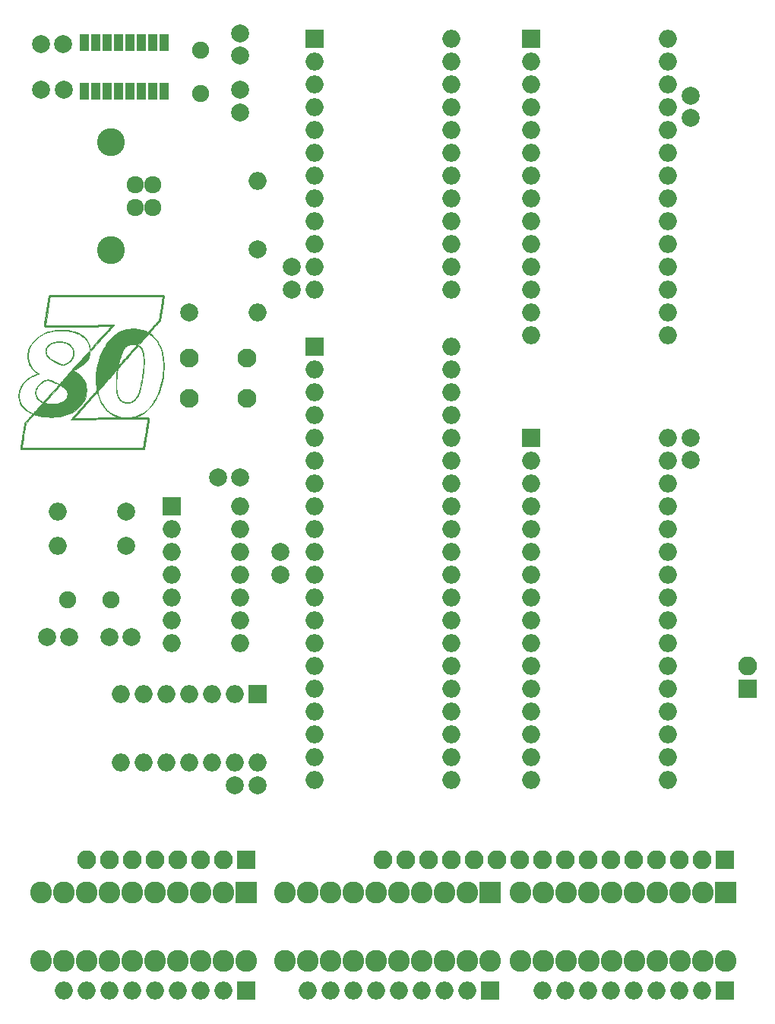
<source format=gbr>
%TF.GenerationSoftware,KiCad,Pcbnew,(5.0.0-rc2-dev-493-gd776eaca8)*%
%TF.CreationDate,2018-09-19T19:52:29-07:00*%
%TF.ProjectId,Z80,5A38302E6B696361645F706362000000,rev?*%
%TF.SameCoordinates,Original*%
%TF.FileFunction,Soldermask,Top*%
%TF.FilePolarity,Negative*%
%FSLAX46Y46*%
G04 Gerber Fmt 4.6, Leading zero omitted, Abs format (unit mm)*
G04 Created by KiCad (PCBNEW (5.0.0-rc2-dev-493-gd776eaca8)) date 09/19/18 19:52:29*
%MOMM*%
%LPD*%
G01*
G04 APERTURE LIST*
%ADD10C,0.010000*%
%ADD11O,2.100000X2.100000*%
%ADD12R,2.100000X2.100000*%
%ADD13R,2.432000X2.432000*%
%ADD14C,2.432000*%
%ADD15C,2.000000*%
%ADD16C,3.100000*%
%ADD17C,1.920000*%
%ADD18O,2.000000X2.000000*%
%ADD19R,2.000000X2.000000*%
%ADD20C,2.100000*%
%ADD21R,1.035000X1.924000*%
%ADD22C,1.900000*%
G04 APERTURE END LIST*
D10*
G36*
X82174218Y-64235267D02*
X82358513Y-64247712D01*
X82531602Y-64272598D01*
X82693705Y-64309995D01*
X82845037Y-64359974D01*
X82985818Y-64422608D01*
X83116264Y-64497968D01*
X83236595Y-64586124D01*
X83341634Y-64681687D01*
X83436220Y-64787529D01*
X83515085Y-64898989D01*
X83578824Y-65017156D01*
X83628031Y-65143119D01*
X83660653Y-65265300D01*
X83666592Y-65297478D01*
X83670889Y-65332434D01*
X83673754Y-65373481D01*
X83675401Y-65423932D01*
X83676040Y-65487100D01*
X83676067Y-65506600D01*
X83675818Y-65568573D01*
X83674884Y-65617307D01*
X83672981Y-65656492D01*
X83669826Y-65689820D01*
X83665137Y-65720979D01*
X83658631Y-65753660D01*
X83656319Y-65764146D01*
X83617349Y-65901168D01*
X83563125Y-66031926D01*
X83493512Y-66156595D01*
X83408377Y-66275349D01*
X83307585Y-66388362D01*
X83191003Y-66495808D01*
X83058495Y-66597862D01*
X82966262Y-66659794D01*
X82930319Y-66681636D01*
X82886418Y-66706603D01*
X82836998Y-66733483D01*
X82784494Y-66761059D01*
X82731345Y-66788117D01*
X82679988Y-66813441D01*
X82632860Y-66835817D01*
X82592397Y-66854030D01*
X82561038Y-66866865D01*
X82541219Y-66873106D01*
X82537550Y-66873510D01*
X82523870Y-66870691D01*
X82496647Y-66863000D01*
X82458310Y-66851201D01*
X82411286Y-66836056D01*
X82358000Y-66818328D01*
X82312934Y-66802948D01*
X82103445Y-66727843D01*
X81909974Y-66652513D01*
X81731608Y-66576501D01*
X81567432Y-66499350D01*
X81416533Y-66420606D01*
X81277997Y-66339812D01*
X81150910Y-66256511D01*
X81034358Y-66170247D01*
X81015705Y-66155400D01*
X80961990Y-66109666D01*
X80905155Y-66056885D01*
X80848588Y-66000539D01*
X80795675Y-65944108D01*
X80749802Y-65891070D01*
X80716392Y-65847792D01*
X80677658Y-65787187D01*
X80639399Y-65716359D01*
X80604447Y-65641309D01*
X80575637Y-65568037D01*
X80558753Y-65514119D01*
X80549697Y-65478031D01*
X80543385Y-65445979D01*
X80539316Y-65413288D01*
X80536987Y-65375280D01*
X80535895Y-65327279D01*
X80535662Y-65299167D01*
X80536161Y-65264987D01*
X80594198Y-65264987D01*
X80594520Y-65336097D01*
X80598291Y-65404398D01*
X80605509Y-65465043D01*
X80614056Y-65505865D01*
X80653225Y-65617803D01*
X80709078Y-65727624D01*
X80781486Y-65835230D01*
X80870321Y-65940520D01*
X80975454Y-66043396D01*
X81096756Y-66143756D01*
X81234098Y-66241501D01*
X81387351Y-66336531D01*
X81556388Y-66428748D01*
X81741078Y-66518050D01*
X81941294Y-66604338D01*
X82122648Y-66674890D01*
X82179470Y-66695714D01*
X82239045Y-66717042D01*
X82299045Y-66738089D01*
X82357144Y-66758072D01*
X82411014Y-66776208D01*
X82458328Y-66791713D01*
X82496757Y-66803804D01*
X82523975Y-66811698D01*
X82537654Y-66814611D01*
X82537782Y-66814613D01*
X82549125Y-66811000D01*
X82573045Y-66800874D01*
X82607021Y-66785388D01*
X82648533Y-66765697D01*
X82695058Y-66742953D01*
X82702882Y-66739067D01*
X82847783Y-66662084D01*
X82977814Y-66582550D01*
X83094997Y-66499052D01*
X83201359Y-66410177D01*
X83273900Y-66340513D01*
X83364170Y-66239573D01*
X83439763Y-66134903D01*
X83502925Y-66023366D01*
X83507241Y-66014600D01*
X83547239Y-65925923D01*
X83577581Y-65842175D01*
X83599085Y-65759271D01*
X83612569Y-65673126D01*
X83618851Y-65579656D01*
X83618750Y-65474774D01*
X83618309Y-65460034D01*
X83613476Y-65368848D01*
X83604743Y-65289931D01*
X83591038Y-65218856D01*
X83571292Y-65151196D01*
X83544432Y-65082525D01*
X83509387Y-65008415D01*
X83508707Y-65007067D01*
X83465467Y-64928912D01*
X83417423Y-64857546D01*
X83361105Y-64788308D01*
X83293047Y-64716533D01*
X83291468Y-64714967D01*
X83207201Y-64637109D01*
X83122740Y-64571437D01*
X83032595Y-64514054D01*
X82939467Y-64465010D01*
X82839683Y-64420159D01*
X82740206Y-64383054D01*
X82638539Y-64353215D01*
X82532187Y-64330159D01*
X82418652Y-64313404D01*
X82295439Y-64302469D01*
X82160050Y-64296871D01*
X82063167Y-64295867D01*
X81971411Y-64296380D01*
X81892871Y-64298130D01*
X81823853Y-64301428D01*
X81760667Y-64306588D01*
X81699618Y-64313923D01*
X81637014Y-64323744D01*
X81569163Y-64336367D01*
X81557233Y-64338735D01*
X81414910Y-64374012D01*
X81278518Y-64421349D01*
X81150008Y-64479771D01*
X81031328Y-64548306D01*
X80924427Y-64625979D01*
X80851766Y-64691010D01*
X80768607Y-64782751D01*
X80701457Y-64878763D01*
X80649712Y-64980043D01*
X80613939Y-65083267D01*
X80603906Y-65133725D01*
X80597326Y-65195914D01*
X80594198Y-65264987D01*
X80536161Y-65264987D01*
X80536790Y-65222017D01*
X80541676Y-65156539D01*
X80551169Y-65097724D01*
X80566118Y-65040562D01*
X80587373Y-64980043D01*
X80591540Y-64969399D01*
X80641159Y-64866555D01*
X80706145Y-64768399D01*
X80785343Y-64675911D01*
X80877595Y-64590070D01*
X80981748Y-64511853D01*
X81096646Y-64442241D01*
X81221133Y-64382210D01*
X81336300Y-64338554D01*
X81448620Y-64304690D01*
X81562253Y-64278100D01*
X81680731Y-64258215D01*
X81807587Y-64244468D01*
X81946357Y-64236289D01*
X81978500Y-64235190D01*
X82174218Y-64235267D01*
X82174218Y-64235267D01*
G37*
X82174218Y-64235267D02*
X82358513Y-64247712D01*
X82531602Y-64272598D01*
X82693705Y-64309995D01*
X82845037Y-64359974D01*
X82985818Y-64422608D01*
X83116264Y-64497968D01*
X83236595Y-64586124D01*
X83341634Y-64681687D01*
X83436220Y-64787529D01*
X83515085Y-64898989D01*
X83578824Y-65017156D01*
X83628031Y-65143119D01*
X83660653Y-65265300D01*
X83666592Y-65297478D01*
X83670889Y-65332434D01*
X83673754Y-65373481D01*
X83675401Y-65423932D01*
X83676040Y-65487100D01*
X83676067Y-65506600D01*
X83675818Y-65568573D01*
X83674884Y-65617307D01*
X83672981Y-65656492D01*
X83669826Y-65689820D01*
X83665137Y-65720979D01*
X83658631Y-65753660D01*
X83656319Y-65764146D01*
X83617349Y-65901168D01*
X83563125Y-66031926D01*
X83493512Y-66156595D01*
X83408377Y-66275349D01*
X83307585Y-66388362D01*
X83191003Y-66495808D01*
X83058495Y-66597862D01*
X82966262Y-66659794D01*
X82930319Y-66681636D01*
X82886418Y-66706603D01*
X82836998Y-66733483D01*
X82784494Y-66761059D01*
X82731345Y-66788117D01*
X82679988Y-66813441D01*
X82632860Y-66835817D01*
X82592397Y-66854030D01*
X82561038Y-66866865D01*
X82541219Y-66873106D01*
X82537550Y-66873510D01*
X82523870Y-66870691D01*
X82496647Y-66863000D01*
X82458310Y-66851201D01*
X82411286Y-66836056D01*
X82358000Y-66818328D01*
X82312934Y-66802948D01*
X82103445Y-66727843D01*
X81909974Y-66652513D01*
X81731608Y-66576501D01*
X81567432Y-66499350D01*
X81416533Y-66420606D01*
X81277997Y-66339812D01*
X81150910Y-66256511D01*
X81034358Y-66170247D01*
X81015705Y-66155400D01*
X80961990Y-66109666D01*
X80905155Y-66056885D01*
X80848588Y-66000539D01*
X80795675Y-65944108D01*
X80749802Y-65891070D01*
X80716392Y-65847792D01*
X80677658Y-65787187D01*
X80639399Y-65716359D01*
X80604447Y-65641309D01*
X80575637Y-65568037D01*
X80558753Y-65514119D01*
X80549697Y-65478031D01*
X80543385Y-65445979D01*
X80539316Y-65413288D01*
X80536987Y-65375280D01*
X80535895Y-65327279D01*
X80535662Y-65299167D01*
X80536161Y-65264987D01*
X80594198Y-65264987D01*
X80594520Y-65336097D01*
X80598291Y-65404398D01*
X80605509Y-65465043D01*
X80614056Y-65505865D01*
X80653225Y-65617803D01*
X80709078Y-65727624D01*
X80781486Y-65835230D01*
X80870321Y-65940520D01*
X80975454Y-66043396D01*
X81096756Y-66143756D01*
X81234098Y-66241501D01*
X81387351Y-66336531D01*
X81556388Y-66428748D01*
X81741078Y-66518050D01*
X81941294Y-66604338D01*
X82122648Y-66674890D01*
X82179470Y-66695714D01*
X82239045Y-66717042D01*
X82299045Y-66738089D01*
X82357144Y-66758072D01*
X82411014Y-66776208D01*
X82458328Y-66791713D01*
X82496757Y-66803804D01*
X82523975Y-66811698D01*
X82537654Y-66814611D01*
X82537782Y-66814613D01*
X82549125Y-66811000D01*
X82573045Y-66800874D01*
X82607021Y-66785388D01*
X82648533Y-66765697D01*
X82695058Y-66742953D01*
X82702882Y-66739067D01*
X82847783Y-66662084D01*
X82977814Y-66582550D01*
X83094997Y-66499052D01*
X83201359Y-66410177D01*
X83273900Y-66340513D01*
X83364170Y-66239573D01*
X83439763Y-66134903D01*
X83502925Y-66023366D01*
X83507241Y-66014600D01*
X83547239Y-65925923D01*
X83577581Y-65842175D01*
X83599085Y-65759271D01*
X83612569Y-65673126D01*
X83618851Y-65579656D01*
X83618750Y-65474774D01*
X83618309Y-65460034D01*
X83613476Y-65368848D01*
X83604743Y-65289931D01*
X83591038Y-65218856D01*
X83571292Y-65151196D01*
X83544432Y-65082525D01*
X83509387Y-65008415D01*
X83508707Y-65007067D01*
X83465467Y-64928912D01*
X83417423Y-64857546D01*
X83361105Y-64788308D01*
X83293047Y-64716533D01*
X83291468Y-64714967D01*
X83207201Y-64637109D01*
X83122740Y-64571437D01*
X83032595Y-64514054D01*
X82939467Y-64465010D01*
X82839683Y-64420159D01*
X82740206Y-64383054D01*
X82638539Y-64353215D01*
X82532187Y-64330159D01*
X82418652Y-64313404D01*
X82295439Y-64302469D01*
X82160050Y-64296871D01*
X82063167Y-64295867D01*
X81971411Y-64296380D01*
X81892871Y-64298130D01*
X81823853Y-64301428D01*
X81760667Y-64306588D01*
X81699618Y-64313923D01*
X81637014Y-64323744D01*
X81569163Y-64336367D01*
X81557233Y-64338735D01*
X81414910Y-64374012D01*
X81278518Y-64421349D01*
X81150008Y-64479771D01*
X81031328Y-64548306D01*
X80924427Y-64625979D01*
X80851766Y-64691010D01*
X80768607Y-64782751D01*
X80701457Y-64878763D01*
X80649712Y-64980043D01*
X80613939Y-65083267D01*
X80603906Y-65133725D01*
X80597326Y-65195914D01*
X80594198Y-65264987D01*
X80536161Y-65264987D01*
X80536790Y-65222017D01*
X80541676Y-65156539D01*
X80551169Y-65097724D01*
X80566118Y-65040562D01*
X80587373Y-64980043D01*
X80591540Y-64969399D01*
X80641159Y-64866555D01*
X80706145Y-64768399D01*
X80785343Y-64675911D01*
X80877595Y-64590070D01*
X80981748Y-64511853D01*
X81096646Y-64442241D01*
X81221133Y-64382210D01*
X81336300Y-64338554D01*
X81448620Y-64304690D01*
X81562253Y-64278100D01*
X81680731Y-64258215D01*
X81807587Y-64244468D01*
X81946357Y-64236289D01*
X81978500Y-64235190D01*
X82174218Y-64235267D01*
G36*
X87709438Y-59038068D02*
X88085568Y-59038072D01*
X88445480Y-59038080D01*
X88789534Y-59038093D01*
X89118086Y-59038111D01*
X89431496Y-59038136D01*
X89730120Y-59038168D01*
X90014318Y-59038207D01*
X90284448Y-59038256D01*
X90540866Y-59038315D01*
X90783932Y-59038384D01*
X91014004Y-59038464D01*
X91231440Y-59038556D01*
X91436597Y-59038662D01*
X91629834Y-59038782D01*
X91811509Y-59038916D01*
X91981980Y-59039066D01*
X92141605Y-59039232D01*
X92290743Y-59039416D01*
X92429750Y-59039617D01*
X92558986Y-59039838D01*
X92678808Y-59040078D01*
X92789575Y-59040339D01*
X92891645Y-59040622D01*
X92985375Y-59040927D01*
X93071124Y-59041255D01*
X93149250Y-59041606D01*
X93220111Y-59041983D01*
X93284065Y-59042386D01*
X93341470Y-59042814D01*
X93392684Y-59043271D01*
X93438065Y-59043755D01*
X93477972Y-59044268D01*
X93512763Y-59044812D01*
X93542794Y-59045386D01*
X93568426Y-59045991D01*
X93590015Y-59046629D01*
X93607920Y-59047300D01*
X93622499Y-59048005D01*
X93634110Y-59048745D01*
X93643111Y-59049521D01*
X93649860Y-59050333D01*
X93654715Y-59051183D01*
X93658034Y-59052071D01*
X93660064Y-59052936D01*
X93697002Y-59081962D01*
X93726069Y-59122296D01*
X93743349Y-59167855D01*
X93744433Y-59174467D01*
X93744999Y-59183237D01*
X93744939Y-59194954D01*
X93744143Y-59210407D01*
X93742500Y-59230386D01*
X93739902Y-59255680D01*
X93736237Y-59287077D01*
X93731397Y-59325368D01*
X93725272Y-59371342D01*
X93717752Y-59425788D01*
X93708727Y-59489495D01*
X93698088Y-59563252D01*
X93685724Y-59647850D01*
X93671526Y-59744076D01*
X93655384Y-59852720D01*
X93637188Y-59974572D01*
X93616830Y-60110421D01*
X93594198Y-60261057D01*
X93569183Y-60427267D01*
X93556385Y-60512225D01*
X93534218Y-60659173D01*
X93512635Y-60801886D01*
X93491780Y-60939435D01*
X93471797Y-61070887D01*
X93452827Y-61195315D01*
X93435016Y-61311786D01*
X93418504Y-61419373D01*
X93403437Y-61517144D01*
X93389956Y-61604169D01*
X93378206Y-61679518D01*
X93368328Y-61742262D01*
X93360467Y-61791470D01*
X93354766Y-61826212D01*
X93351367Y-61845558D01*
X93350625Y-61849000D01*
X93340092Y-61872887D01*
X93321777Y-61902305D01*
X93300839Y-61929434D01*
X93286585Y-61945760D01*
X93262535Y-61973145D01*
X93229616Y-62010543D01*
X93188752Y-62056907D01*
X93140867Y-62111191D01*
X93086888Y-62172350D01*
X93027739Y-62239337D01*
X92964345Y-62311106D01*
X92897632Y-62386611D01*
X92828524Y-62464805D01*
X92757947Y-62544642D01*
X92686826Y-62625077D01*
X92616085Y-62705063D01*
X92546650Y-62783555D01*
X92479447Y-62859505D01*
X92415399Y-62931867D01*
X92355432Y-62999597D01*
X92300472Y-63061646D01*
X92251443Y-63116970D01*
X92209270Y-63164522D01*
X92174879Y-63203256D01*
X92149195Y-63232126D01*
X92133142Y-63250086D01*
X92128117Y-63255620D01*
X92103179Y-63282174D01*
X92177990Y-63333451D01*
X92276513Y-63405550D01*
X92379729Y-63489437D01*
X92484311Y-63581983D01*
X92586934Y-63680063D01*
X92684272Y-63780547D01*
X92772999Y-63880309D01*
X92818750Y-63936034D01*
X92960759Y-64126696D01*
X93090204Y-64325262D01*
X93207275Y-64532266D01*
X93312161Y-64748245D01*
X93405051Y-64973736D01*
X93486137Y-65209274D01*
X93555607Y-65455396D01*
X93613651Y-65712639D01*
X93660460Y-65981538D01*
X93696223Y-66262630D01*
X93714835Y-66467567D01*
X93717894Y-66519012D01*
X93720412Y-66584738D01*
X93722391Y-66662100D01*
X93723830Y-66748453D01*
X93724729Y-66841152D01*
X93725090Y-66937555D01*
X93724912Y-67035015D01*
X93724196Y-67130889D01*
X93722943Y-67222532D01*
X93721152Y-67307300D01*
X93718825Y-67382548D01*
X93715961Y-67445632D01*
X93714681Y-67466634D01*
X93683679Y-67829382D01*
X93639742Y-68181591D01*
X93582692Y-68523861D01*
X93512350Y-68856791D01*
X93428536Y-69180980D01*
X93331070Y-69497027D01*
X93219773Y-69805532D01*
X93094467Y-70107094D01*
X92954971Y-70402312D01*
X92801107Y-70691786D01*
X92695040Y-70874261D01*
X92548852Y-71104991D01*
X92397060Y-71319845D01*
X92239414Y-71519012D01*
X92075668Y-71702679D01*
X91905571Y-71871034D01*
X91728875Y-72024266D01*
X91545333Y-72162564D01*
X91354694Y-72286114D01*
X91156711Y-72395106D01*
X90951135Y-72489728D01*
X90737717Y-72570167D01*
X90516209Y-72636613D01*
X90301234Y-72686312D01*
X90203867Y-72705767D01*
X91061601Y-72706634D01*
X91217506Y-72706859D01*
X91356990Y-72707209D01*
X91480567Y-72707687D01*
X91588749Y-72708302D01*
X91682048Y-72709057D01*
X91760977Y-72709961D01*
X91826049Y-72711018D01*
X91877776Y-72712234D01*
X91916670Y-72713616D01*
X91943246Y-72715169D01*
X91958014Y-72716900D01*
X91959068Y-72717132D01*
X92010649Y-72737219D01*
X92050840Y-72769038D01*
X92078415Y-72811279D01*
X92091695Y-72858990D01*
X92091720Y-72868029D01*
X92090317Y-72884960D01*
X92087397Y-72910339D01*
X92082873Y-72944719D01*
X92076658Y-72988657D01*
X92068663Y-73042708D01*
X92058802Y-73107426D01*
X92046986Y-73183366D01*
X92033128Y-73271084D01*
X92017141Y-73371135D01*
X91998936Y-73484074D01*
X91978426Y-73610455D01*
X91955524Y-73750835D01*
X91930142Y-73905768D01*
X91902192Y-74075809D01*
X91871587Y-74261513D01*
X91842988Y-74434700D01*
X91816435Y-74595299D01*
X91790446Y-74752338D01*
X91765171Y-74904921D01*
X91740760Y-75052149D01*
X91717363Y-75193125D01*
X91695128Y-75326950D01*
X91674206Y-75452726D01*
X91654746Y-75569557D01*
X91636898Y-75676543D01*
X91620812Y-75772787D01*
X91606636Y-75857391D01*
X91594521Y-75929457D01*
X91584617Y-75988088D01*
X91577073Y-76032385D01*
X91572038Y-76061450D01*
X91570194Y-76071686D01*
X91561924Y-76114471D01*
X91555055Y-76144414D01*
X91548050Y-76165350D01*
X91539372Y-76181114D01*
X91527486Y-76195540D01*
X91515751Y-76207580D01*
X91484468Y-76233800D01*
X91451566Y-76249176D01*
X91436142Y-76253344D01*
X91425297Y-76253903D01*
X91398009Y-76254447D01*
X91354771Y-76254974D01*
X91296073Y-76255485D01*
X91222408Y-76255979D01*
X91134265Y-76256457D01*
X91032137Y-76256919D01*
X90916515Y-76257364D01*
X90787889Y-76257793D01*
X90646753Y-76258206D01*
X90493596Y-76258602D01*
X90328910Y-76258982D01*
X90153186Y-76259345D01*
X89966916Y-76259692D01*
X89770591Y-76260023D01*
X89564703Y-76260337D01*
X89349741Y-76260634D01*
X89126199Y-76260916D01*
X88894567Y-76261181D01*
X88655337Y-76261429D01*
X88408999Y-76261661D01*
X88156045Y-76261877D01*
X87896967Y-76262076D01*
X87632255Y-76262259D01*
X87362402Y-76262425D01*
X87087897Y-76262575D01*
X86809234Y-76262709D01*
X86526902Y-76262826D01*
X86241394Y-76262926D01*
X85953200Y-76263010D01*
X85662812Y-76263078D01*
X85370721Y-76263129D01*
X85077419Y-76263164D01*
X84783396Y-76263182D01*
X84489145Y-76263184D01*
X84195155Y-76263169D01*
X83901920Y-76263138D01*
X83609930Y-76263090D01*
X83319675Y-76263026D01*
X83031649Y-76262945D01*
X82746341Y-76262848D01*
X82464244Y-76262734D01*
X82185848Y-76262604D01*
X81911645Y-76262457D01*
X81642126Y-76262294D01*
X81377783Y-76262114D01*
X81119106Y-76261917D01*
X80866587Y-76261705D01*
X80620718Y-76261475D01*
X80381990Y-76261229D01*
X80150893Y-76260967D01*
X79927920Y-76260688D01*
X79713561Y-76260392D01*
X79508308Y-76260080D01*
X79312652Y-76259751D01*
X79127085Y-76259406D01*
X78952098Y-76259044D01*
X78788182Y-76258666D01*
X78635828Y-76258271D01*
X78495528Y-76257860D01*
X78367773Y-76257431D01*
X78253054Y-76256987D01*
X78151863Y-76256525D01*
X78064691Y-76256048D01*
X77992029Y-76255553D01*
X77934369Y-76255042D01*
X77892202Y-76254514D01*
X77866019Y-76253970D01*
X77856451Y-76253451D01*
X77820645Y-76239056D01*
X77785254Y-76210882D01*
X77783300Y-76208946D01*
X77775114Y-76201320D01*
X77767562Y-76194878D01*
X77760733Y-76188859D01*
X77754721Y-76182501D01*
X77749615Y-76175042D01*
X77745508Y-76165720D01*
X77742490Y-76153773D01*
X77740653Y-76138439D01*
X77740088Y-76118958D01*
X77740886Y-76094566D01*
X77740915Y-76094167D01*
X77895682Y-76094167D01*
X84648791Y-76094167D01*
X85054858Y-76094157D01*
X85450520Y-76094128D01*
X85835554Y-76094079D01*
X86209739Y-76094012D01*
X86572851Y-76093925D01*
X86924668Y-76093821D01*
X87264967Y-76093698D01*
X87593526Y-76093557D01*
X87910122Y-76093399D01*
X88214532Y-76093223D01*
X88506534Y-76093030D01*
X88785906Y-76092820D01*
X89052424Y-76092594D01*
X89305867Y-76092351D01*
X89546011Y-76092092D01*
X89772634Y-76091817D01*
X89985513Y-76091527D01*
X90184426Y-76091221D01*
X90369150Y-76090900D01*
X90539462Y-76090564D01*
X90695141Y-76090214D01*
X90835962Y-76089850D01*
X90961705Y-76089471D01*
X91072145Y-76089079D01*
X91167062Y-76088673D01*
X91246231Y-76088254D01*
X91309430Y-76087822D01*
X91356437Y-76087377D01*
X91387029Y-76086920D01*
X91400984Y-76086451D01*
X91401900Y-76086294D01*
X91403261Y-76077265D01*
X91407255Y-76052348D01*
X91413747Y-76012358D01*
X91422602Y-75958114D01*
X91433686Y-75890431D01*
X91446865Y-75810126D01*
X91462005Y-75718017D01*
X91478969Y-75614920D01*
X91497626Y-75501652D01*
X91517838Y-75379030D01*
X91539473Y-75247871D01*
X91562396Y-75108991D01*
X91586472Y-74963207D01*
X91611567Y-74811337D01*
X91637546Y-74654197D01*
X91664275Y-74492603D01*
X91664367Y-74492048D01*
X91691110Y-74330336D01*
X91717103Y-74173012D01*
X91742211Y-74020899D01*
X91766300Y-73874818D01*
X91789235Y-73735589D01*
X91810880Y-73604034D01*
X91831103Y-73480975D01*
X91849767Y-73367232D01*
X91866739Y-73263628D01*
X91881884Y-73170982D01*
X91895066Y-73090118D01*
X91906151Y-73021855D01*
X91915006Y-72967016D01*
X91921494Y-72926421D01*
X91925481Y-72900891D01*
X91926833Y-72891255D01*
X91926153Y-72889797D01*
X91923723Y-72888440D01*
X91918956Y-72887181D01*
X91911267Y-72886016D01*
X91900069Y-72884942D01*
X91884778Y-72883955D01*
X91864808Y-72883052D01*
X91839572Y-72882228D01*
X91808484Y-72881481D01*
X91770960Y-72880806D01*
X91726413Y-72880200D01*
X91674257Y-72879660D01*
X91613907Y-72879181D01*
X91544777Y-72878761D01*
X91466280Y-72878396D01*
X91377832Y-72878081D01*
X91278846Y-72877814D01*
X91168737Y-72877591D01*
X91046918Y-72877408D01*
X90912804Y-72877261D01*
X90765810Y-72877148D01*
X90605349Y-72877064D01*
X90430835Y-72877006D01*
X90241683Y-72876970D01*
X90037307Y-72876952D01*
X89817121Y-72876950D01*
X89600617Y-72876958D01*
X89242361Y-72877046D01*
X88900838Y-72877271D01*
X88575846Y-72877633D01*
X88267187Y-72878135D01*
X87974659Y-72878778D01*
X87698063Y-72879562D01*
X87437197Y-72880489D01*
X87191862Y-72881561D01*
X86961857Y-72882778D01*
X86746982Y-72884142D01*
X86547037Y-72885653D01*
X86361822Y-72887314D01*
X86191135Y-72889125D01*
X86034777Y-72891088D01*
X85892547Y-72893204D01*
X85764246Y-72895473D01*
X85649672Y-72897898D01*
X85548626Y-72900480D01*
X85492167Y-72902176D01*
X85349907Y-72906659D01*
X85205059Y-72911075D01*
X85058668Y-72915398D01*
X84911780Y-72919606D01*
X84765444Y-72923672D01*
X84620705Y-72927575D01*
X84478610Y-72931288D01*
X84340205Y-72934788D01*
X84206538Y-72938051D01*
X84078654Y-72941052D01*
X83957601Y-72943768D01*
X83844425Y-72946173D01*
X83740172Y-72948244D01*
X83645890Y-72949957D01*
X83562625Y-72951287D01*
X83491423Y-72952210D01*
X83433332Y-72952702D01*
X83389397Y-72952738D01*
X83360666Y-72952295D01*
X83350687Y-72951743D01*
X83321641Y-72948800D01*
X83484661Y-72764615D01*
X83711735Y-72764615D01*
X83711968Y-72768839D01*
X83718054Y-72771763D01*
X83732094Y-72773624D01*
X83756193Y-72774663D01*
X83792454Y-72775119D01*
X83842978Y-72775231D01*
X83859284Y-72775233D01*
X83904891Y-72774992D01*
X83964231Y-72774308D01*
X84034113Y-72773236D01*
X84111342Y-72771835D01*
X84192726Y-72770161D01*
X84275074Y-72768272D01*
X84340800Y-72766610D01*
X84410113Y-72764738D01*
X84493612Y-72762420D01*
X84588553Y-72759736D01*
X84692197Y-72756765D01*
X84801802Y-72753586D01*
X84914629Y-72750279D01*
X85027934Y-72746923D01*
X85138979Y-72743597D01*
X85221233Y-72741107D01*
X85395409Y-72736217D01*
X85585387Y-72731657D01*
X85790039Y-72727439D01*
X86008238Y-72723577D01*
X86238856Y-72720084D01*
X86480764Y-72716972D01*
X86732835Y-72714256D01*
X86993942Y-72711948D01*
X87262955Y-72710062D01*
X87538747Y-72708610D01*
X87820190Y-72707607D01*
X88106157Y-72707064D01*
X88133767Y-72707037D01*
X88993134Y-72706256D01*
X88874600Y-72682309D01*
X88648192Y-72629336D01*
X88433233Y-72564062D01*
X88229206Y-72486164D01*
X88035588Y-72395317D01*
X87851860Y-72291199D01*
X87677503Y-72173485D01*
X87511996Y-72041851D01*
X87354819Y-71895974D01*
X87205451Y-71735530D01*
X87063374Y-71560195D01*
X87055620Y-71549926D01*
X86909526Y-71341952D01*
X86775166Y-71122222D01*
X86652917Y-70891545D01*
X86543160Y-70650727D01*
X86446272Y-70400576D01*
X86362633Y-70141899D01*
X86317534Y-69977345D01*
X86306683Y-69935255D01*
X86297311Y-69899548D01*
X86290204Y-69873171D01*
X86286149Y-69859074D01*
X86285556Y-69857532D01*
X86279870Y-69863596D01*
X86263570Y-69881659D01*
X86237264Y-69911037D01*
X86201557Y-69951047D01*
X86157054Y-70001005D01*
X86104362Y-70060226D01*
X86044087Y-70128027D01*
X85976835Y-70203723D01*
X85903212Y-70286631D01*
X85823823Y-70376067D01*
X85739274Y-70471346D01*
X85650173Y-70571785D01*
X85557123Y-70676699D01*
X85460733Y-70785405D01*
X85361606Y-70897219D01*
X85260350Y-71011456D01*
X85157571Y-71127434D01*
X85053874Y-71244466D01*
X84949865Y-71361871D01*
X84846150Y-71478963D01*
X84743335Y-71595058D01*
X84642027Y-71709474D01*
X84542831Y-71821525D01*
X84446352Y-71930527D01*
X84353198Y-72035798D01*
X84263974Y-72136652D01*
X84179285Y-72232406D01*
X84099739Y-72322375D01*
X84025940Y-72405877D01*
X83958495Y-72482226D01*
X83898010Y-72550739D01*
X83845090Y-72610731D01*
X83800342Y-72661519D01*
X83764372Y-72702419D01*
X83737786Y-72732747D01*
X83721188Y-72751818D01*
X83715251Y-72758851D01*
X83711735Y-72764615D01*
X83484661Y-72764615D01*
X84767937Y-71314734D01*
X84894751Y-71171457D01*
X85018709Y-71031408D01*
X85139338Y-70895122D01*
X85256163Y-70763137D01*
X85368709Y-70635988D01*
X85476501Y-70514212D01*
X85579066Y-70398343D01*
X85675928Y-70288919D01*
X85766612Y-70186476D01*
X85850645Y-70091549D01*
X85927552Y-70004676D01*
X85996857Y-69926391D01*
X86058087Y-69857231D01*
X86101577Y-69808111D01*
X86340465Y-69808111D01*
X86341412Y-69829517D01*
X86347602Y-69864858D01*
X86358431Y-69912177D01*
X86373298Y-69969518D01*
X86391598Y-70034924D01*
X86412729Y-70106437D01*
X86436088Y-70182101D01*
X86461071Y-70259958D01*
X86487075Y-70338053D01*
X86513498Y-70414428D01*
X86539736Y-70487126D01*
X86565186Y-70554190D01*
X86587279Y-70608975D01*
X86672070Y-70798485D01*
X86766198Y-70984286D01*
X86868386Y-71164449D01*
X86977360Y-71337042D01*
X87091844Y-71500133D01*
X87210564Y-71651791D01*
X87332245Y-71790085D01*
X87436052Y-71894739D01*
X87596925Y-72036656D01*
X87765572Y-72164301D01*
X87942345Y-72277815D01*
X88127592Y-72377343D01*
X88321661Y-72463027D01*
X88524904Y-72535010D01*
X88737667Y-72593435D01*
X88960302Y-72638444D01*
X89193156Y-72670182D01*
X89365667Y-72684789D01*
X89410242Y-72686809D01*
X89467734Y-72688149D01*
X89534142Y-72688829D01*
X89605465Y-72688873D01*
X89677703Y-72688302D01*
X89746852Y-72687139D01*
X89808913Y-72685406D01*
X89859884Y-72683125D01*
X89877900Y-72681944D01*
X90104310Y-72658604D01*
X90320185Y-72623159D01*
X90527280Y-72575153D01*
X90727348Y-72514131D01*
X90922142Y-72439637D01*
X91070080Y-72372601D01*
X91261080Y-72272205D01*
X91444768Y-72159393D01*
X91621503Y-72033773D01*
X91791645Y-71894953D01*
X91955553Y-71742541D01*
X92113587Y-71576145D01*
X92266105Y-71395374D01*
X92413467Y-71199834D01*
X92556032Y-70989135D01*
X92694159Y-70762884D01*
X92828209Y-70520689D01*
X92905259Y-70370700D01*
X93045043Y-70074192D01*
X93170337Y-69772472D01*
X93281280Y-69464948D01*
X93378010Y-69151029D01*
X93460663Y-68830123D01*
X93529378Y-68501638D01*
X93584292Y-68164983D01*
X93625543Y-67819566D01*
X93653269Y-67464795D01*
X93667607Y-67100078D01*
X93667730Y-67094100D01*
X93667736Y-66782385D01*
X93654978Y-66480842D01*
X93629481Y-66189623D01*
X93591276Y-65908878D01*
X93540391Y-65638757D01*
X93476854Y-65379412D01*
X93400694Y-65130992D01*
X93311939Y-64893649D01*
X93210617Y-64667532D01*
X93206629Y-64659385D01*
X93092111Y-64443019D01*
X92967362Y-64239336D01*
X92835921Y-64053141D01*
X92717939Y-63906329D01*
X92592349Y-63766911D01*
X92461357Y-63637025D01*
X92327174Y-63518813D01*
X92192005Y-63414415D01*
X92138589Y-63377293D01*
X92064541Y-63327504D01*
X91483289Y-63983952D01*
X90902036Y-64640400D01*
X90960689Y-64681590D01*
X91003503Y-64714307D01*
X91051546Y-64755336D01*
X91100846Y-64800900D01*
X91147432Y-64847223D01*
X91187334Y-64890527D01*
X91211634Y-64920272D01*
X91271621Y-65012050D01*
X91325273Y-65118998D01*
X91372598Y-65240584D01*
X91413602Y-65376275D01*
X91448291Y-65525541D01*
X91476674Y-65687849D01*
X91498756Y-65862667D01*
X91514545Y-66049464D01*
X91524046Y-66247709D01*
X91527268Y-66456868D01*
X91524217Y-66676411D01*
X91514900Y-66905807D01*
X91499323Y-67144522D01*
X91477494Y-67392025D01*
X91449419Y-67647785D01*
X91415106Y-67911270D01*
X91374560Y-68181948D01*
X91327789Y-68459287D01*
X91274800Y-68742756D01*
X91215599Y-69031823D01*
X91155275Y-69303900D01*
X91109402Y-69492672D01*
X91061933Y-69666035D01*
X91012324Y-69825481D01*
X90960029Y-69972504D01*
X90904504Y-70108595D01*
X90845204Y-70235245D01*
X90781584Y-70353948D01*
X90755931Y-70397667D01*
X90692186Y-70497015D01*
X90625771Y-70586267D01*
X90551590Y-70672083D01*
X90521468Y-70703971D01*
X90438032Y-70784224D01*
X90354330Y-70851364D01*
X90265923Y-70908694D01*
X90195400Y-70946477D01*
X90097518Y-70990411D01*
X90002046Y-71023251D01*
X89905091Y-71045790D01*
X89802764Y-71058822D01*
X89691174Y-71063140D01*
X89628134Y-71062204D01*
X89489558Y-71053038D01*
X89363011Y-71033877D01*
X89246357Y-71004002D01*
X89137458Y-70962694D01*
X89034178Y-70909237D01*
X88934380Y-70842910D01*
X88901735Y-70817988D01*
X88809572Y-70734766D01*
X88726603Y-70637734D01*
X88653446Y-70527683D01*
X88608087Y-70442667D01*
X88560030Y-70332017D01*
X88518119Y-70210474D01*
X88482268Y-70077429D01*
X88452391Y-69932272D01*
X88428401Y-69774394D01*
X88410213Y-69603186D01*
X88397742Y-69418037D01*
X88390900Y-69218339D01*
X88389879Y-69049196D01*
X88449079Y-69049196D01*
X88449439Y-69171004D01*
X88451072Y-69285448D01*
X88453995Y-69390160D01*
X88458223Y-69482771D01*
X88463775Y-69560912D01*
X88463883Y-69562134D01*
X88483000Y-69740151D01*
X88507223Y-69902750D01*
X88536734Y-70050711D01*
X88571718Y-70184819D01*
X88612356Y-70305856D01*
X88658833Y-70414604D01*
X88667496Y-70432262D01*
X88734449Y-70548334D01*
X88812705Y-70651851D01*
X88902031Y-70742657D01*
X89002194Y-70820594D01*
X89112961Y-70885503D01*
X89234099Y-70937226D01*
X89365375Y-70975605D01*
X89505367Y-71000335D01*
X89523020Y-71001354D01*
X89554384Y-71001976D01*
X89596244Y-71002188D01*
X89645382Y-71001972D01*
X89698580Y-71001313D01*
X89700100Y-71001288D01*
X89766494Y-70999758D01*
X89819457Y-70997440D01*
X89862484Y-70994039D01*
X89899068Y-70989264D01*
X89932706Y-70982823D01*
X89939710Y-70981233D01*
X90046393Y-70949427D01*
X90153800Y-70904253D01*
X90256661Y-70848182D01*
X90331271Y-70797781D01*
X90376641Y-70760874D01*
X90427852Y-70714052D01*
X90480997Y-70661247D01*
X90532167Y-70606390D01*
X90577457Y-70553411D01*
X90590396Y-70537075D01*
X90667598Y-70429130D01*
X90739854Y-70310912D01*
X90807532Y-70181521D01*
X90870999Y-70040056D01*
X90930625Y-69885617D01*
X90986776Y-69717303D01*
X91039823Y-69534214D01*
X91090132Y-69335450D01*
X91101109Y-69288491D01*
X91171024Y-68971310D01*
X91233747Y-68658173D01*
X91289195Y-68349981D01*
X91337285Y-68047637D01*
X91377933Y-67752042D01*
X91411058Y-67464098D01*
X91436576Y-67184708D01*
X91454404Y-66914773D01*
X91464460Y-66655194D01*
X91466661Y-66406875D01*
X91460923Y-66170717D01*
X91447164Y-65947622D01*
X91426499Y-65747900D01*
X91402780Y-65591636D01*
X91372590Y-65446443D01*
X91336244Y-65313302D01*
X91294057Y-65193195D01*
X91246342Y-65087100D01*
X91193414Y-64996000D01*
X91178573Y-64974522D01*
X91154281Y-64943782D01*
X91122888Y-64908673D01*
X91086445Y-64871029D01*
X91047005Y-64832685D01*
X91006621Y-64795477D01*
X90967344Y-64761240D01*
X90931228Y-64731809D01*
X90900324Y-64709019D01*
X90876685Y-64694706D01*
X90862364Y-64690705D01*
X90861462Y-64690966D01*
X90855510Y-64697362D01*
X90838980Y-64715709D01*
X90812518Y-64745277D01*
X90776771Y-64785338D01*
X90732384Y-64835163D01*
X90680003Y-64894023D01*
X90620275Y-64961190D01*
X90553845Y-65035934D01*
X90481361Y-65117528D01*
X90403468Y-65205241D01*
X90320811Y-65298347D01*
X90234038Y-65396115D01*
X90143794Y-65497817D01*
X90050726Y-65602724D01*
X89955480Y-65710108D01*
X89858701Y-65819240D01*
X89761036Y-65929391D01*
X89663131Y-66039832D01*
X89565633Y-66149834D01*
X89469186Y-66258670D01*
X89374438Y-66365609D01*
X89282035Y-66469924D01*
X89192622Y-66570886D01*
X89106846Y-66667765D01*
X89025353Y-66759834D01*
X88948789Y-66846363D01*
X88877800Y-66926623D01*
X88813033Y-66999886D01*
X88755133Y-67065424D01*
X88704746Y-67122507D01*
X88662519Y-67170406D01*
X88629098Y-67208394D01*
X88605129Y-67235740D01*
X88601559Y-67239831D01*
X88595179Y-67254583D01*
X88587623Y-67284663D01*
X88579080Y-67328519D01*
X88569739Y-67384601D01*
X88559790Y-67451357D01*
X88549422Y-67527236D01*
X88538823Y-67610688D01*
X88528183Y-67700161D01*
X88517692Y-67794105D01*
X88507537Y-67890968D01*
X88497909Y-67989200D01*
X88488996Y-68087249D01*
X88480988Y-68183565D01*
X88474073Y-68276597D01*
X88472724Y-68296367D01*
X88465794Y-68412611D01*
X88460038Y-68535704D01*
X88455471Y-68663278D01*
X88452112Y-68792964D01*
X88449976Y-68922393D01*
X88449079Y-69049196D01*
X88389879Y-69049196D01*
X88389602Y-69003482D01*
X88390803Y-68901734D01*
X88397092Y-68651283D01*
X88407449Y-68412758D01*
X88422214Y-68181567D01*
X88441725Y-67953119D01*
X88466323Y-67722822D01*
X88494263Y-67501454D01*
X88500764Y-67452246D01*
X88506191Y-67409187D01*
X88510231Y-67374935D01*
X88512571Y-67352146D01*
X88512898Y-67343480D01*
X88506840Y-67349154D01*
X88490277Y-67366818D01*
X88463865Y-67395727D01*
X88428262Y-67435138D01*
X88384122Y-67484306D01*
X88332102Y-67542486D01*
X88272859Y-67608934D01*
X88207048Y-67682905D01*
X88135325Y-67763656D01*
X88058348Y-67850441D01*
X87976772Y-67942516D01*
X87891253Y-68039136D01*
X87802447Y-68139558D01*
X87711012Y-68243036D01*
X87617602Y-68348826D01*
X87522874Y-68456184D01*
X87427485Y-68564365D01*
X87332090Y-68672626D01*
X87237346Y-68780220D01*
X87143909Y-68886404D01*
X87052435Y-68990434D01*
X86963580Y-69091565D01*
X86878001Y-69189052D01*
X86796354Y-69282151D01*
X86719294Y-69370117D01*
X86647479Y-69452207D01*
X86581564Y-69527675D01*
X86522205Y-69595778D01*
X86470060Y-69655770D01*
X86425783Y-69706907D01*
X86390032Y-69748445D01*
X86363461Y-69779640D01*
X86346729Y-69799746D01*
X86340490Y-69808020D01*
X86340465Y-69808111D01*
X86101577Y-69808111D01*
X86110767Y-69797732D01*
X86154422Y-69748430D01*
X86188578Y-69709862D01*
X86212761Y-69682563D01*
X86226494Y-69667070D01*
X86229570Y-69663609D01*
X86235384Y-69656295D01*
X86238920Y-69647829D01*
X86240077Y-69635351D01*
X86238755Y-69615996D01*
X86234852Y-69586901D01*
X86228266Y-69545203D01*
X86224590Y-69522716D01*
X86186413Y-69246194D01*
X86160845Y-68960288D01*
X86147836Y-68666860D01*
X86147334Y-68367771D01*
X86159288Y-68064882D01*
X86183647Y-67760054D01*
X86220360Y-67455150D01*
X86269376Y-67152029D01*
X86293022Y-67028671D01*
X86313521Y-66937467D01*
X88639997Y-66937467D01*
X88657403Y-66920533D01*
X88664760Y-66912509D01*
X88682766Y-66892447D01*
X88710852Y-66860991D01*
X88748445Y-66818784D01*
X88794975Y-66766470D01*
X88849871Y-66704692D01*
X88912562Y-66634095D01*
X88982476Y-66555321D01*
X89059043Y-66469014D01*
X89141691Y-66375818D01*
X89229849Y-66276377D01*
X89322946Y-66171333D01*
X89420411Y-66061331D01*
X89521673Y-65947014D01*
X89626160Y-65829026D01*
X89690492Y-65756367D01*
X89815917Y-65614685D01*
X89930577Y-65485127D01*
X90034943Y-65367146D01*
X90129485Y-65260198D01*
X90214674Y-65163735D01*
X90290980Y-65077213D01*
X90358873Y-65000085D01*
X90418824Y-64931805D01*
X90471304Y-64871827D01*
X90516781Y-64819606D01*
X90555728Y-64774596D01*
X90588613Y-64736250D01*
X90615909Y-64704024D01*
X90638084Y-64677370D01*
X90655609Y-64655743D01*
X90668955Y-64638598D01*
X90678592Y-64625387D01*
X90684990Y-64615566D01*
X90688619Y-64608589D01*
X90689951Y-64603909D01*
X90689455Y-64600980D01*
X90687602Y-64599258D01*
X90687519Y-64599213D01*
X90664708Y-64589794D01*
X90629609Y-64578480D01*
X90586593Y-64566419D01*
X90540030Y-64554761D01*
X90494290Y-64544656D01*
X90453742Y-64537253D01*
X90449400Y-64536595D01*
X90396030Y-64531075D01*
X90331100Y-64527972D01*
X90259803Y-64527232D01*
X90187332Y-64528796D01*
X90118878Y-64532607D01*
X90059633Y-64538609D01*
X90043021Y-64541055D01*
X89932229Y-64565589D01*
X89821082Y-64602476D01*
X89714147Y-64649804D01*
X89615987Y-64705659D01*
X89564371Y-64741589D01*
X89509218Y-64787258D01*
X89449850Y-64843488D01*
X89390250Y-64906022D01*
X89334400Y-64970605D01*
X89286284Y-65032980D01*
X89270820Y-65055272D01*
X89205439Y-65161523D01*
X89140569Y-65283697D01*
X89076625Y-65420781D01*
X89014020Y-65571764D01*
X88953167Y-65735636D01*
X88894480Y-65911384D01*
X88838371Y-66097998D01*
X88824579Y-66147010D01*
X88804786Y-66220624D01*
X88782927Y-66305911D01*
X88759990Y-66398698D01*
X88736966Y-66494808D01*
X88714844Y-66590067D01*
X88694612Y-66680300D01*
X88677262Y-66761333D01*
X88667337Y-66810467D01*
X88659553Y-66849761D01*
X88652535Y-66884173D01*
X88647147Y-66909521D01*
X88644573Y-66920533D01*
X88639997Y-66937467D01*
X86313521Y-66937467D01*
X86369249Y-66689523D01*
X86460597Y-66357104D01*
X86567324Y-66030756D01*
X86689687Y-65709818D01*
X86827941Y-65393632D01*
X86982344Y-65081537D01*
X87153152Y-64772873D01*
X87204813Y-64685539D01*
X87348725Y-64457899D01*
X87497897Y-64246075D01*
X87652726Y-64049662D01*
X87813609Y-63868256D01*
X87980944Y-63701451D01*
X88155128Y-63548843D01*
X88336559Y-63410028D01*
X88525634Y-63284601D01*
X88655359Y-63208647D01*
X88851383Y-63109197D01*
X89057384Y-63023226D01*
X89272934Y-62950858D01*
X89497604Y-62892215D01*
X89730964Y-62847419D01*
X89972587Y-62816592D01*
X90055700Y-62809380D01*
X90119887Y-62805798D01*
X90196851Y-62803683D01*
X90282784Y-62802961D01*
X90373879Y-62803564D01*
X90466328Y-62805418D01*
X90556323Y-62808453D01*
X90640058Y-62812598D01*
X90713726Y-62817782D01*
X90762667Y-62822607D01*
X90994483Y-62856801D01*
X91216213Y-62904217D01*
X91428622Y-62965075D01*
X91632475Y-63039595D01*
X91828535Y-63127999D01*
X91839905Y-63133669D01*
X91880901Y-63153912D01*
X91916300Y-63170805D01*
X91943491Y-63183149D01*
X91959864Y-63189745D01*
X91963451Y-63190406D01*
X91970091Y-63182808D01*
X91987057Y-63163538D01*
X92013455Y-63133606D01*
X92048391Y-63094023D01*
X92090972Y-63045800D01*
X92140304Y-62989948D01*
X92195494Y-62927478D01*
X92255647Y-62859400D01*
X92319870Y-62786725D01*
X92387270Y-62710465D01*
X92456953Y-62631630D01*
X92528025Y-62551230D01*
X92599592Y-62470277D01*
X92670761Y-62389782D01*
X92740639Y-62310755D01*
X92808332Y-62234207D01*
X92872945Y-62161149D01*
X92933586Y-62092592D01*
X92989360Y-62029546D01*
X93039375Y-61973024D01*
X93082736Y-61924034D01*
X93118550Y-61883588D01*
X93145923Y-61852698D01*
X93163962Y-61832373D01*
X93171773Y-61823625D01*
X93171795Y-61823600D01*
X93174941Y-61819977D01*
X93177942Y-61815696D01*
X93180930Y-61809960D01*
X93184037Y-61801970D01*
X93187393Y-61790929D01*
X93191131Y-61776037D01*
X93195382Y-61756498D01*
X93200277Y-61731513D01*
X93205948Y-61700283D01*
X93212526Y-61662011D01*
X93220143Y-61615899D01*
X93228930Y-61561147D01*
X93239020Y-61496959D01*
X93250542Y-61422536D01*
X93263630Y-61337080D01*
X93278413Y-61239792D01*
X93295025Y-61129874D01*
X93313596Y-61006529D01*
X93334258Y-60868958D01*
X93357142Y-60716364D01*
X93382380Y-60547947D01*
X93386607Y-60519734D01*
X93408382Y-60374454D01*
X93429514Y-60233583D01*
X93449863Y-60098047D01*
X93469289Y-59968770D01*
X93487653Y-59846679D01*
X93504815Y-59732698D01*
X93520635Y-59627752D01*
X93534974Y-59532768D01*
X93547693Y-59448671D01*
X93558651Y-59376385D01*
X93567709Y-59316837D01*
X93574727Y-59270952D01*
X93579567Y-59239654D01*
X93582087Y-59223870D01*
X93582387Y-59222217D01*
X93586623Y-59203167D01*
X87316895Y-59203167D01*
X86991656Y-59203175D01*
X86670596Y-59203201D01*
X86354131Y-59203242D01*
X86042679Y-59203300D01*
X85736655Y-59203372D01*
X85436477Y-59203460D01*
X85142560Y-59203563D01*
X84855322Y-59203680D01*
X84575178Y-59203810D01*
X84302546Y-59203954D01*
X84037842Y-59204111D01*
X83781483Y-59204280D01*
X83533884Y-59204462D01*
X83295464Y-59204655D01*
X83066638Y-59204859D01*
X82847822Y-59205074D01*
X82639434Y-59205300D01*
X82441891Y-59205535D01*
X82255607Y-59205780D01*
X82081001Y-59206034D01*
X81918489Y-59206297D01*
X81768486Y-59206568D01*
X81631411Y-59206848D01*
X81507679Y-59207134D01*
X81397707Y-59207428D01*
X81301912Y-59207728D01*
X81220709Y-59208034D01*
X81154516Y-59208346D01*
X81103750Y-59208664D01*
X81068826Y-59208986D01*
X81050162Y-59209313D01*
X81046938Y-59209517D01*
X81045553Y-59218386D01*
X81041534Y-59243149D01*
X81035016Y-59282992D01*
X81026131Y-59337105D01*
X81015016Y-59404674D01*
X81001802Y-59484888D01*
X80986625Y-59576934D01*
X80969619Y-59680001D01*
X80950918Y-59793275D01*
X80930655Y-59915944D01*
X80908965Y-60047197D01*
X80885981Y-60186221D01*
X80861839Y-60332205D01*
X80836672Y-60484334D01*
X80810613Y-60641799D01*
X80783798Y-60803785D01*
X80781764Y-60816067D01*
X80516819Y-62416267D01*
X82490143Y-62418859D01*
X82790564Y-62419196D01*
X83075109Y-62419386D01*
X83344835Y-62419416D01*
X83600801Y-62419271D01*
X83844064Y-62418938D01*
X84075680Y-62418404D01*
X84296707Y-62417655D01*
X84508203Y-62416678D01*
X84711225Y-62415458D01*
X84906830Y-62413982D01*
X85096075Y-62412236D01*
X85280018Y-62410207D01*
X85459717Y-62407881D01*
X85636227Y-62405244D01*
X85810608Y-62402283D01*
X85983915Y-62398984D01*
X86157207Y-62395334D01*
X86331541Y-62391318D01*
X86507974Y-62386924D01*
X86687563Y-62382137D01*
X86871366Y-62376944D01*
X87060440Y-62371331D01*
X87255843Y-62365285D01*
X87458631Y-62358791D01*
X87661900Y-62352102D01*
X87754839Y-62349060D01*
X87843038Y-62346273D01*
X87924992Y-62343781D01*
X87999198Y-62341626D01*
X88064152Y-62339848D01*
X88118351Y-62338489D01*
X88160290Y-62337590D01*
X88188467Y-62337192D01*
X88201376Y-62337335D01*
X88201774Y-62337381D01*
X88201439Y-62340175D01*
X88196280Y-62348188D01*
X88185960Y-62361804D01*
X88170139Y-62381407D01*
X88148480Y-62407381D01*
X88120644Y-62440110D01*
X88086293Y-62479977D01*
X88045088Y-62527366D01*
X87996692Y-62582661D01*
X87940765Y-62646245D01*
X87876969Y-62718503D01*
X87804966Y-62799819D01*
X87724417Y-62890575D01*
X87634985Y-62991156D01*
X87536330Y-63101946D01*
X87428115Y-63223328D01*
X87310001Y-63355687D01*
X87181649Y-63499405D01*
X87042722Y-63654867D01*
X86892881Y-63822457D01*
X86860378Y-63858800D01*
X85502075Y-65377533D01*
X85492179Y-65450533D01*
X85459246Y-65632110D01*
X85410512Y-65807626D01*
X85346000Y-65977045D01*
X85265734Y-66140332D01*
X85169738Y-66297452D01*
X85058036Y-66448370D01*
X84930650Y-66593049D01*
X84787605Y-66731454D01*
X84628924Y-66863551D01*
X84471933Y-66977580D01*
X84369434Y-67044598D01*
X84257066Y-67112951D01*
X84139254Y-67180201D01*
X84020425Y-67243905D01*
X83905005Y-67301623D01*
X83797420Y-67350914D01*
X83786134Y-67355769D01*
X83737283Y-67378335D01*
X83702216Y-67398741D01*
X83678210Y-67418616D01*
X83674746Y-67422384D01*
X83648026Y-67452848D01*
X83767880Y-67519784D01*
X83851550Y-67568442D01*
X83940587Y-67623643D01*
X84030583Y-67682456D01*
X84117128Y-67741949D01*
X84195812Y-67799190D01*
X84243333Y-67835933D01*
X84349190Y-67926397D01*
X84454094Y-68027467D01*
X84554887Y-68135622D01*
X84648411Y-68247345D01*
X84731510Y-68359115D01*
X84782740Y-68437043D01*
X84873007Y-68599031D01*
X84948400Y-68768791D01*
X85008819Y-68945818D01*
X85054163Y-69129606D01*
X85084329Y-69319650D01*
X85099218Y-69515446D01*
X85098729Y-69716487D01*
X85082759Y-69922269D01*
X85081663Y-69931736D01*
X85049055Y-70140572D01*
X85001042Y-70342753D01*
X84937568Y-70538375D01*
X84858578Y-70727534D01*
X84764015Y-70910326D01*
X84653824Y-71086846D01*
X84527949Y-71257191D01*
X84386335Y-71421456D01*
X84228924Y-71579738D01*
X84055663Y-71732132D01*
X84014236Y-71765821D01*
X83819061Y-71911462D01*
X83613265Y-72043959D01*
X83396951Y-72163273D01*
X83170221Y-72269365D01*
X82933179Y-72362196D01*
X82685928Y-72441727D01*
X82428570Y-72507918D01*
X82161208Y-72560731D01*
X81883945Y-72600126D01*
X81792660Y-72609941D01*
X81569295Y-72627199D01*
X81335890Y-72635951D01*
X81096076Y-72636371D01*
X80853486Y-72628634D01*
X80611752Y-72612913D01*
X80374504Y-72589384D01*
X80145377Y-72558220D01*
X79933800Y-72520759D01*
X79858548Y-72504993D01*
X79778312Y-72486882D01*
X79695689Y-72467115D01*
X79613280Y-72446384D01*
X79533682Y-72425380D01*
X79459497Y-72404794D01*
X79393321Y-72385316D01*
X79337756Y-72367638D01*
X79295399Y-72352449D01*
X79285621Y-72348467D01*
X79279927Y-72350892D01*
X79267946Y-72360829D01*
X79249182Y-72378813D01*
X79223137Y-72405380D01*
X79189311Y-72441064D01*
X79147207Y-72486401D01*
X79096328Y-72541927D01*
X79036174Y-72608176D01*
X78966248Y-72685685D01*
X78886052Y-72774987D01*
X78816901Y-72852223D01*
X78361359Y-73361567D01*
X78133620Y-74700350D01*
X78108336Y-74848970D01*
X78083776Y-74993302D01*
X78060096Y-75132438D01*
X78037449Y-75265472D01*
X78015990Y-75391497D01*
X77995874Y-75509606D01*
X77977255Y-75618893D01*
X77960288Y-75718451D01*
X77945127Y-75807374D01*
X77931927Y-75884754D01*
X77920841Y-75949685D01*
X77912026Y-76001260D01*
X77905635Y-76038572D01*
X77901823Y-76060716D01*
X77900782Y-76066650D01*
X77895682Y-76094167D01*
X77740915Y-76094167D01*
X77743139Y-76064502D01*
X77746938Y-76028004D01*
X77752374Y-75984310D01*
X77759538Y-75932659D01*
X77768522Y-75872289D01*
X77779417Y-75802438D01*
X77792314Y-75722344D01*
X77807305Y-75631245D01*
X77824480Y-75528380D01*
X77843932Y-75412986D01*
X77865751Y-75284303D01*
X77890028Y-75141567D01*
X77916856Y-74984018D01*
X77946324Y-74810893D01*
X77961481Y-74721761D01*
X77987099Y-74571231D01*
X78012078Y-74424829D01*
X78036260Y-74283463D01*
X78059486Y-74148044D01*
X78081600Y-74019480D01*
X78102442Y-73898681D01*
X78121854Y-73786555D01*
X78139679Y-73684013D01*
X78155759Y-73591962D01*
X78169936Y-73511313D01*
X78182052Y-73442975D01*
X78191948Y-73387856D01*
X78199467Y-73346866D01*
X78204451Y-73320915D01*
X78206540Y-73311478D01*
X78209849Y-73302549D01*
X78215309Y-73291897D01*
X78223662Y-73278646D01*
X78235654Y-73261915D01*
X78252030Y-73240827D01*
X78273533Y-73214505D01*
X78300908Y-73182068D01*
X78334900Y-73142640D01*
X78376253Y-73095341D01*
X78425712Y-73039295D01*
X78484022Y-72973621D01*
X78551926Y-72897443D01*
X78630169Y-72809882D01*
X78660292Y-72776208D01*
X78729731Y-72698530D01*
X78795737Y-72624559D01*
X78857460Y-72555254D01*
X78914052Y-72491576D01*
X78964662Y-72434484D01*
X79008442Y-72384937D01*
X79044543Y-72343896D01*
X79072116Y-72312320D01*
X79090312Y-72291168D01*
X79098282Y-72281401D01*
X79098569Y-72280839D01*
X79089994Y-72276809D01*
X79069326Y-72267755D01*
X79040088Y-72255208D01*
X79019400Y-72246431D01*
X78922639Y-72203138D01*
X78820048Y-72152911D01*
X78715547Y-72097924D01*
X78613057Y-72040350D01*
X78516496Y-71982362D01*
X78429785Y-71926134D01*
X78384400Y-71894352D01*
X78232528Y-71775499D01*
X78096228Y-71650266D01*
X77975192Y-71518161D01*
X77869117Y-71378694D01*
X77777697Y-71231373D01*
X77700627Y-71075707D01*
X77637601Y-70911206D01*
X77588314Y-70737377D01*
X77552965Y-70556967D01*
X77546317Y-70500972D01*
X77541447Y-70432071D01*
X77538352Y-70354196D01*
X77537030Y-70271281D01*
X77537295Y-70221683D01*
X77596274Y-70221683D01*
X77596546Y-70305575D01*
X77598533Y-70387033D01*
X77602234Y-70462203D01*
X77607648Y-70527227D01*
X77612533Y-70565132D01*
X77647195Y-70739470D01*
X77695325Y-70905406D01*
X77757150Y-71063201D01*
X77832899Y-71213117D01*
X77922799Y-71355417D01*
X78027077Y-71490363D01*
X78145963Y-71618216D01*
X78279683Y-71739240D01*
X78428465Y-71853694D01*
X78592538Y-71961843D01*
X78772128Y-72063948D01*
X78967464Y-72160271D01*
X79019400Y-72183752D01*
X79059636Y-72201211D01*
X79094753Y-72215660D01*
X79121682Y-72225896D01*
X79137350Y-72230713D01*
X79139597Y-72230898D01*
X79146574Y-72224464D01*
X79164023Y-72206260D01*
X79191154Y-72177155D01*
X79227175Y-72138022D01*
X79271294Y-72089732D01*
X79322719Y-72033157D01*
X79380659Y-71969167D01*
X79444323Y-71898636D01*
X79512918Y-71822433D01*
X79585653Y-71741432D01*
X79661736Y-71656502D01*
X79686943Y-71628322D01*
X80204714Y-71049256D01*
X80448519Y-71049256D01*
X80461389Y-71054074D01*
X80486927Y-71061880D01*
X80521368Y-71071575D01*
X80558819Y-71081510D01*
X80636332Y-71100091D01*
X80716315Y-71116286D01*
X80801997Y-71130612D01*
X80896607Y-71143582D01*
X81003372Y-71155711D01*
X81059867Y-71161384D01*
X81091645Y-71163255D01*
X81137430Y-71164303D01*
X81194317Y-71164596D01*
X81259404Y-71164201D01*
X81329786Y-71163185D01*
X81402560Y-71161617D01*
X81474821Y-71159563D01*
X81543668Y-71157092D01*
X81606196Y-71154272D01*
X81659501Y-71151169D01*
X81700680Y-71147851D01*
X81716034Y-71146104D01*
X81893606Y-71116567D01*
X82060419Y-71076638D01*
X82215826Y-71026571D01*
X82359184Y-70966624D01*
X82489848Y-70897053D01*
X82607172Y-70818114D01*
X82670760Y-70766479D01*
X82760169Y-70678205D01*
X82834274Y-70582694D01*
X82893137Y-70479824D01*
X82936820Y-70369470D01*
X82965386Y-70251508D01*
X82976646Y-70161587D01*
X82979596Y-70043433D01*
X82968863Y-69930926D01*
X82944115Y-69823589D01*
X82905021Y-69720946D01*
X82851248Y-69622521D01*
X82782464Y-69527839D01*
X82698336Y-69436422D01*
X82598533Y-69347795D01*
X82482723Y-69261483D01*
X82350572Y-69177008D01*
X82249434Y-69119404D01*
X82185934Y-69084786D01*
X81310908Y-70063485D01*
X81189124Y-70199757D01*
X81078281Y-70323918D01*
X80977972Y-70436431D01*
X80887794Y-70537758D01*
X80807343Y-70628361D01*
X80736215Y-70708701D01*
X80674005Y-70779242D01*
X80620309Y-70840444D01*
X80574723Y-70892771D01*
X80536843Y-70936683D01*
X80506264Y-70972643D01*
X80482583Y-71001114D01*
X80465395Y-71022557D01*
X80454296Y-71037433D01*
X80448882Y-71046206D01*
X80448519Y-71049256D01*
X80204714Y-71049256D01*
X80224159Y-71027510D01*
X80128452Y-70979553D01*
X79992518Y-70903954D01*
X79869116Y-70819889D01*
X79758855Y-70728001D01*
X79662349Y-70628932D01*
X79580208Y-70523325D01*
X79513043Y-70411822D01*
X79461467Y-70295067D01*
X79452393Y-70269100D01*
X79432957Y-70206400D01*
X79418793Y-70148923D01*
X79409196Y-70091845D01*
X79403463Y-70030342D01*
X79400893Y-69959592D01*
X79400641Y-69923177D01*
X79454414Y-69923177D01*
X79463392Y-70058670D01*
X79489196Y-70195022D01*
X79489728Y-70197134D01*
X79504888Y-70245062D01*
X79527646Y-70301866D01*
X79555643Y-70362722D01*
X79586524Y-70422806D01*
X79617932Y-70477294D01*
X79647512Y-70521363D01*
X79649177Y-70523570D01*
X79685694Y-70567367D01*
X79732445Y-70617116D01*
X79785649Y-70669268D01*
X79841525Y-70720272D01*
X79896291Y-70766577D01*
X79946168Y-70804632D01*
X79955090Y-70810850D01*
X79982273Y-70828469D01*
X80017613Y-70849969D01*
X80058329Y-70873812D01*
X80101641Y-70898459D01*
X80144768Y-70922372D01*
X80184929Y-70944013D01*
X80219345Y-70961843D01*
X80245235Y-70974324D01*
X80259819Y-70979917D01*
X80260936Y-70980071D01*
X80267097Y-70973897D01*
X80283915Y-70955780D01*
X80310769Y-70926409D01*
X80347041Y-70886474D01*
X80392109Y-70836663D01*
X80445353Y-70777666D01*
X80506154Y-70710172D01*
X80573890Y-70634870D01*
X80647943Y-70552449D01*
X80727691Y-70463598D01*
X80812514Y-70369006D01*
X80901793Y-70269363D01*
X80994907Y-70165356D01*
X81091236Y-70057677D01*
X81116058Y-70029917D01*
X81213666Y-69920751D01*
X81308539Y-69814653D01*
X81400027Y-69712349D01*
X81487485Y-69614563D01*
X81570264Y-69522017D01*
X81647715Y-69435437D01*
X81719192Y-69355547D01*
X81784045Y-69283070D01*
X81841628Y-69218731D01*
X81891293Y-69163254D01*
X81932391Y-69117363D01*
X81964274Y-69081782D01*
X81986295Y-69057234D01*
X81997806Y-69044445D01*
X81998777Y-69043377D01*
X82015780Y-69023291D01*
X82025958Y-69008369D01*
X82027354Y-69002799D01*
X82018756Y-68998165D01*
X81996904Y-68987462D01*
X81963923Y-68971699D01*
X81921941Y-68951888D01*
X81873086Y-68929039D01*
X81831337Y-68909648D01*
X81658271Y-68831526D01*
X81476458Y-68753479D01*
X81283313Y-68674428D01*
X81076255Y-68593291D01*
X81065676Y-68589231D01*
X80851353Y-68507057D01*
X80803210Y-68516930D01*
X80680119Y-68547938D01*
X80551604Y-68590916D01*
X80421966Y-68643972D01*
X80295505Y-68705212D01*
X80176523Y-68772745D01*
X80086200Y-68832453D01*
X80040579Y-68867467D01*
X79987692Y-68912109D01*
X79931119Y-68963007D01*
X79874441Y-69016787D01*
X79821242Y-69070076D01*
X79775100Y-69119499D01*
X79748365Y-69150669D01*
X79658462Y-69272601D01*
X79584791Y-69397795D01*
X79527452Y-69525850D01*
X79486543Y-69656366D01*
X79462164Y-69788941D01*
X79454414Y-69923177D01*
X79400641Y-69923177D01*
X79400573Y-69913500D01*
X79401653Y-69837527D01*
X79405316Y-69773408D01*
X79412366Y-69716158D01*
X79423608Y-69660791D01*
X79439847Y-69602321D01*
X79461220Y-69537675D01*
X79515292Y-69407375D01*
X79585819Y-69279544D01*
X79672432Y-69154727D01*
X79774762Y-69033470D01*
X79863267Y-68943603D01*
X79994378Y-68830289D01*
X80136502Y-68729810D01*
X80289556Y-68642211D01*
X80453457Y-68567534D01*
X80628122Y-68505824D01*
X80756513Y-68470424D01*
X80851092Y-68447161D01*
X80997813Y-68502174D01*
X81149024Y-68559899D01*
X81301058Y-68619902D01*
X81450947Y-68680942D01*
X81595726Y-68741778D01*
X81732428Y-68801168D01*
X81858087Y-68857870D01*
X81942868Y-68897680D01*
X81991061Y-68920515D01*
X82026385Y-68936503D01*
X82051081Y-68946436D01*
X82067391Y-68951108D01*
X82077555Y-68951314D01*
X82083817Y-68947845D01*
X82084013Y-68947646D01*
X82090547Y-68940425D01*
X82107928Y-68921078D01*
X82135713Y-68890099D01*
X82173461Y-68847981D01*
X82220729Y-68795220D01*
X82277075Y-68732310D01*
X82342056Y-68659745D01*
X82415229Y-68578019D01*
X82496152Y-68487626D01*
X82584383Y-68389061D01*
X82679480Y-68282819D01*
X82780999Y-68169392D01*
X82888499Y-68049276D01*
X83001537Y-67922965D01*
X83119671Y-67790954D01*
X83242458Y-67653735D01*
X83369455Y-67511804D01*
X83500221Y-67365656D01*
X83634313Y-67215783D01*
X83771288Y-67062681D01*
X83773477Y-67060233D01*
X85451265Y-65184867D01*
X85446646Y-65062100D01*
X85431859Y-64890373D01*
X85400697Y-64722615D01*
X85353374Y-64559389D01*
X85290101Y-64401257D01*
X85211091Y-64248779D01*
X85116556Y-64102519D01*
X85051291Y-64016511D01*
X84951463Y-63903115D01*
X84836661Y-63791974D01*
X84708827Y-63684527D01*
X84569901Y-63582214D01*
X84421823Y-63486474D01*
X84266535Y-63398747D01*
X84123665Y-63328496D01*
X83926959Y-63246805D01*
X83718000Y-63176101D01*
X83497530Y-63116514D01*
X83266291Y-63068174D01*
X83025025Y-63031211D01*
X82774473Y-63005755D01*
X82515379Y-62991936D01*
X82248483Y-62989886D01*
X82198634Y-62990799D01*
X81949523Y-63000877D01*
X81713022Y-63019891D01*
X81487167Y-63048158D01*
X81269995Y-63085994D01*
X81059541Y-63133712D01*
X80853842Y-63191630D01*
X80760084Y-63221848D01*
X80532460Y-63306836D01*
X80313404Y-63406311D01*
X80103209Y-63520114D01*
X79902167Y-63648087D01*
X79710570Y-63790069D01*
X79702057Y-63796880D01*
X79641054Y-63847870D01*
X79572940Y-63908255D01*
X79501102Y-63974774D01*
X79428925Y-64044171D01*
X79359796Y-64113184D01*
X79297101Y-64178555D01*
X79244226Y-64237024D01*
X79241531Y-64240136D01*
X79106521Y-64407155D01*
X78988025Y-64576643D01*
X78885715Y-64749281D01*
X78799267Y-64925749D01*
X78728354Y-65106730D01*
X78672652Y-65292904D01*
X78631833Y-65484952D01*
X78624503Y-65530112D01*
X78615681Y-65603677D01*
X78609446Y-65689371D01*
X78605830Y-65782585D01*
X78604864Y-65878707D01*
X78606579Y-65973129D01*
X78611008Y-66061239D01*
X78618181Y-66138429D01*
X78620242Y-66154294D01*
X78653589Y-66339524D01*
X78701434Y-66517457D01*
X78763963Y-66688364D01*
X78841360Y-66852519D01*
X78933813Y-67010194D01*
X79041507Y-67161664D01*
X79164628Y-67307200D01*
X79303362Y-67447077D01*
X79457895Y-67581566D01*
X79628412Y-67710941D01*
X79725410Y-67777583D01*
X79763124Y-67803387D01*
X79792525Y-67825002D01*
X79811834Y-67841018D01*
X79819268Y-67850024D01*
X79818543Y-67851339D01*
X79805918Y-67854875D01*
X79780672Y-67861353D01*
X79746660Y-67869800D01*
X79713667Y-67877817D01*
X79492786Y-67938986D01*
X79280214Y-68014056D01*
X79076547Y-68102703D01*
X78882377Y-68204603D01*
X78698298Y-68319434D01*
X78524905Y-68446873D01*
X78362792Y-68586595D01*
X78299345Y-68647734D01*
X78156801Y-68799671D01*
X78030604Y-68955504D01*
X77920528Y-69115658D01*
X77826347Y-69280558D01*
X77747836Y-69450629D01*
X77684766Y-69626297D01*
X77636913Y-69807987D01*
X77612361Y-69938900D01*
X77605761Y-69993967D01*
X77600881Y-70062023D01*
X77597719Y-70139214D01*
X77596274Y-70221683D01*
X77537295Y-70221683D01*
X77537479Y-70187259D01*
X77539695Y-70106063D01*
X77543678Y-70031626D01*
X77549425Y-69967881D01*
X77553321Y-69938900D01*
X77565919Y-69869108D01*
X77582872Y-69790617D01*
X77602842Y-69708675D01*
X77624492Y-69628531D01*
X77646482Y-69555432D01*
X77664607Y-69502315D01*
X77696029Y-69424305D01*
X77735405Y-69338119D01*
X77780145Y-69248832D01*
X77827659Y-69161518D01*
X77875358Y-69081254D01*
X77895459Y-69049900D01*
X78021911Y-68873105D01*
X78160865Y-68707615D01*
X78311939Y-68553746D01*
X78474752Y-68411814D01*
X78648923Y-68282134D01*
X78834071Y-68165023D01*
X79029814Y-68060796D01*
X79163333Y-67999770D01*
X79213350Y-67979406D01*
X79274302Y-67956285D01*
X79342100Y-67931809D01*
X79412654Y-67907380D01*
X79481873Y-67884398D01*
X79545668Y-67864265D01*
X79599949Y-67848384D01*
X79622650Y-67842373D01*
X79652038Y-67834429D01*
X79673672Y-67827512D01*
X79683531Y-67822933D01*
X79683747Y-67822475D01*
X79677044Y-67816174D01*
X79659221Y-67802811D01*
X79633319Y-67784605D01*
X79613897Y-67771434D01*
X79533641Y-67714280D01*
X79447825Y-67647055D01*
X79359593Y-67572628D01*
X79272090Y-67493870D01*
X79188462Y-67413651D01*
X79111852Y-67334841D01*
X79045407Y-67260310D01*
X79020165Y-67229567D01*
X78907186Y-67074795D01*
X78809501Y-66913336D01*
X78726894Y-66744687D01*
X78659149Y-66568349D01*
X78606049Y-66383820D01*
X78567379Y-66190601D01*
X78565012Y-66175467D01*
X78556225Y-66102107D01*
X78550063Y-66016660D01*
X78546558Y-65923773D01*
X78545740Y-65828092D01*
X78547640Y-65734266D01*
X78552289Y-65646939D01*
X78559718Y-65570760D01*
X78560928Y-65561633D01*
X78596502Y-65362074D01*
X78647614Y-65167902D01*
X78714399Y-64978871D01*
X78796987Y-64794737D01*
X78895513Y-64615253D01*
X79010107Y-64440174D01*
X79140903Y-64269254D01*
X79288033Y-64102249D01*
X79420024Y-63968954D01*
X79598174Y-63808382D01*
X79783838Y-63662034D01*
X79977533Y-63529660D01*
X80179773Y-63411009D01*
X80391075Y-63305833D01*
X80611953Y-63213881D01*
X80842924Y-63134903D01*
X81084503Y-63068649D01*
X81337205Y-63014870D01*
X81416985Y-63000842D01*
X81644531Y-62968491D01*
X81880274Y-62945925D01*
X82121128Y-62933111D01*
X82364003Y-62930014D01*
X82605811Y-62936602D01*
X82843466Y-62952841D01*
X83073878Y-62978696D01*
X83293959Y-63014135D01*
X83333167Y-63021714D01*
X83570033Y-63075543D01*
X83794480Y-63140552D01*
X84006990Y-63216954D01*
X84208046Y-63304964D01*
X84398133Y-63404795D01*
X84577733Y-63516660D01*
X84747329Y-63640776D01*
X84766861Y-63656365D01*
X84910273Y-63781678D01*
X85038435Y-63914291D01*
X85151323Y-64054158D01*
X85248911Y-64201235D01*
X85331176Y-64355479D01*
X85398094Y-64516843D01*
X85449639Y-64685285D01*
X85485787Y-64860759D01*
X85502946Y-64998774D01*
X85513357Y-65113533D01*
X86674357Y-63815700D01*
X86787974Y-63688682D01*
X86898546Y-63565048D01*
X87005544Y-63445389D01*
X87108444Y-63330293D01*
X87206719Y-63220350D01*
X87299842Y-63116150D01*
X87387286Y-63018282D01*
X87468526Y-62927336D01*
X87543035Y-62843900D01*
X87610285Y-62768566D01*
X87669752Y-62701922D01*
X87720908Y-62644558D01*
X87763226Y-62597063D01*
X87796181Y-62560028D01*
X87819246Y-62534040D01*
X87831894Y-62519691D01*
X87834279Y-62516882D01*
X87825875Y-62516934D01*
X87802370Y-62517502D01*
X87765583Y-62518531D01*
X87717337Y-62519967D01*
X87659453Y-62521756D01*
X87593752Y-62523842D01*
X87522057Y-62526172D01*
X87503000Y-62526800D01*
X87314235Y-62532954D01*
X87132456Y-62538708D01*
X86956664Y-62544073D01*
X86785861Y-62549063D01*
X86619050Y-62553690D01*
X86455232Y-62557966D01*
X86293410Y-62561906D01*
X86132586Y-62565521D01*
X85971761Y-62568825D01*
X85809938Y-62571830D01*
X85646119Y-62574549D01*
X85479306Y-62576994D01*
X85308501Y-62579180D01*
X85132706Y-62581117D01*
X84950924Y-62582820D01*
X84762155Y-62584301D01*
X84565403Y-62585573D01*
X84359670Y-62586648D01*
X84143957Y-62587539D01*
X83917266Y-62588260D01*
X83678600Y-62588823D01*
X83426961Y-62589240D01*
X83161351Y-62589526D01*
X82880771Y-62589691D01*
X82593966Y-62589749D01*
X82358315Y-62589738D01*
X82139139Y-62589683D01*
X81935981Y-62589582D01*
X81748383Y-62589432D01*
X81575885Y-62589233D01*
X81418032Y-62588981D01*
X81274364Y-62588675D01*
X81144425Y-62588311D01*
X81027755Y-62587889D01*
X80923897Y-62587407D01*
X80832393Y-62586861D01*
X80752785Y-62586249D01*
X80684615Y-62585571D01*
X80627426Y-62584822D01*
X80580759Y-62584003D01*
X80544156Y-62583109D01*
X80517160Y-62582139D01*
X80499313Y-62581092D01*
X80490156Y-62579964D01*
X80489999Y-62579926D01*
X80437003Y-62559702D01*
X80397086Y-62528729D01*
X80370263Y-62487021D01*
X80356548Y-62434594D01*
X80356175Y-62431405D01*
X80356401Y-62421145D01*
X80358355Y-62401158D01*
X80362108Y-62370983D01*
X80367735Y-62330157D01*
X80375308Y-62278216D01*
X80384902Y-62214698D01*
X80396589Y-62139141D01*
X80410443Y-62051080D01*
X80426537Y-61950054D01*
X80444944Y-61835600D01*
X80465739Y-61707254D01*
X80488993Y-61564553D01*
X80514781Y-61407036D01*
X80543175Y-61234239D01*
X80574250Y-61045698D01*
X80608078Y-60840952D01*
X80610093Y-60828767D01*
X80636801Y-60667389D01*
X80662896Y-60509882D01*
X80688232Y-60357112D01*
X80712666Y-60209947D01*
X80736052Y-60069252D01*
X80758246Y-59935895D01*
X80779102Y-59810743D01*
X80798477Y-59694662D01*
X80816226Y-59588519D01*
X80832202Y-59493180D01*
X80846263Y-59409513D01*
X80858263Y-59338384D01*
X80868057Y-59280660D01*
X80875501Y-59237207D01*
X80880449Y-59208893D01*
X80882530Y-59197648D01*
X80898735Y-59140707D01*
X80922067Y-59097385D01*
X80954002Y-59065338D01*
X80973845Y-59052707D01*
X80976090Y-59051796D01*
X80979661Y-59050924D01*
X80984917Y-59050090D01*
X80992215Y-59049292D01*
X81001913Y-59048530D01*
X81014369Y-59047803D01*
X81029940Y-59047111D01*
X81048984Y-59046452D01*
X81071858Y-59045826D01*
X81098921Y-59045232D01*
X81130530Y-59044668D01*
X81167042Y-59044135D01*
X81208815Y-59043631D01*
X81256207Y-59043156D01*
X81309575Y-59042708D01*
X81369278Y-59042287D01*
X81435672Y-59041893D01*
X81509115Y-59041523D01*
X81589965Y-59041178D01*
X81678580Y-59040857D01*
X81775317Y-59040558D01*
X81880534Y-59040281D01*
X81994588Y-59040025D01*
X82117837Y-59039790D01*
X82250640Y-59039574D01*
X82393352Y-59039377D01*
X82546333Y-59039197D01*
X82709939Y-59039034D01*
X82884529Y-59038888D01*
X83070460Y-59038757D01*
X83268089Y-59038640D01*
X83477774Y-59038537D01*
X83699874Y-59038447D01*
X83934744Y-59038369D01*
X84182744Y-59038302D01*
X84444231Y-59038245D01*
X84719562Y-59038198D01*
X85009096Y-59038160D01*
X85313188Y-59038130D01*
X85632199Y-59038106D01*
X85966484Y-59038089D01*
X86316402Y-59038078D01*
X86682310Y-59038071D01*
X87064566Y-59038067D01*
X87316734Y-59038067D01*
X87709438Y-59038068D01*
X87709438Y-59038068D01*
G37*
X87709438Y-59038068D02*
X88085568Y-59038072D01*
X88445480Y-59038080D01*
X88789534Y-59038093D01*
X89118086Y-59038111D01*
X89431496Y-59038136D01*
X89730120Y-59038168D01*
X90014318Y-59038207D01*
X90284448Y-59038256D01*
X90540866Y-59038315D01*
X90783932Y-59038384D01*
X91014004Y-59038464D01*
X91231440Y-59038556D01*
X91436597Y-59038662D01*
X91629834Y-59038782D01*
X91811509Y-59038916D01*
X91981980Y-59039066D01*
X92141605Y-59039232D01*
X92290743Y-59039416D01*
X92429750Y-59039617D01*
X92558986Y-59039838D01*
X92678808Y-59040078D01*
X92789575Y-59040339D01*
X92891645Y-59040622D01*
X92985375Y-59040927D01*
X93071124Y-59041255D01*
X93149250Y-59041606D01*
X93220111Y-59041983D01*
X93284065Y-59042386D01*
X93341470Y-59042814D01*
X93392684Y-59043271D01*
X93438065Y-59043755D01*
X93477972Y-59044268D01*
X93512763Y-59044812D01*
X93542794Y-59045386D01*
X93568426Y-59045991D01*
X93590015Y-59046629D01*
X93607920Y-59047300D01*
X93622499Y-59048005D01*
X93634110Y-59048745D01*
X93643111Y-59049521D01*
X93649860Y-59050333D01*
X93654715Y-59051183D01*
X93658034Y-59052071D01*
X93660064Y-59052936D01*
X93697002Y-59081962D01*
X93726069Y-59122296D01*
X93743349Y-59167855D01*
X93744433Y-59174467D01*
X93744999Y-59183237D01*
X93744939Y-59194954D01*
X93744143Y-59210407D01*
X93742500Y-59230386D01*
X93739902Y-59255680D01*
X93736237Y-59287077D01*
X93731397Y-59325368D01*
X93725272Y-59371342D01*
X93717752Y-59425788D01*
X93708727Y-59489495D01*
X93698088Y-59563252D01*
X93685724Y-59647850D01*
X93671526Y-59744076D01*
X93655384Y-59852720D01*
X93637188Y-59974572D01*
X93616830Y-60110421D01*
X93594198Y-60261057D01*
X93569183Y-60427267D01*
X93556385Y-60512225D01*
X93534218Y-60659173D01*
X93512635Y-60801886D01*
X93491780Y-60939435D01*
X93471797Y-61070887D01*
X93452827Y-61195315D01*
X93435016Y-61311786D01*
X93418504Y-61419373D01*
X93403437Y-61517144D01*
X93389956Y-61604169D01*
X93378206Y-61679518D01*
X93368328Y-61742262D01*
X93360467Y-61791470D01*
X93354766Y-61826212D01*
X93351367Y-61845558D01*
X93350625Y-61849000D01*
X93340092Y-61872887D01*
X93321777Y-61902305D01*
X93300839Y-61929434D01*
X93286585Y-61945760D01*
X93262535Y-61973145D01*
X93229616Y-62010543D01*
X93188752Y-62056907D01*
X93140867Y-62111191D01*
X93086888Y-62172350D01*
X93027739Y-62239337D01*
X92964345Y-62311106D01*
X92897632Y-62386611D01*
X92828524Y-62464805D01*
X92757947Y-62544642D01*
X92686826Y-62625077D01*
X92616085Y-62705063D01*
X92546650Y-62783555D01*
X92479447Y-62859505D01*
X92415399Y-62931867D01*
X92355432Y-62999597D01*
X92300472Y-63061646D01*
X92251443Y-63116970D01*
X92209270Y-63164522D01*
X92174879Y-63203256D01*
X92149195Y-63232126D01*
X92133142Y-63250086D01*
X92128117Y-63255620D01*
X92103179Y-63282174D01*
X92177990Y-63333451D01*
X92276513Y-63405550D01*
X92379729Y-63489437D01*
X92484311Y-63581983D01*
X92586934Y-63680063D01*
X92684272Y-63780547D01*
X92772999Y-63880309D01*
X92818750Y-63936034D01*
X92960759Y-64126696D01*
X93090204Y-64325262D01*
X93207275Y-64532266D01*
X93312161Y-64748245D01*
X93405051Y-64973736D01*
X93486137Y-65209274D01*
X93555607Y-65455396D01*
X93613651Y-65712639D01*
X93660460Y-65981538D01*
X93696223Y-66262630D01*
X93714835Y-66467567D01*
X93717894Y-66519012D01*
X93720412Y-66584738D01*
X93722391Y-66662100D01*
X93723830Y-66748453D01*
X93724729Y-66841152D01*
X93725090Y-66937555D01*
X93724912Y-67035015D01*
X93724196Y-67130889D01*
X93722943Y-67222532D01*
X93721152Y-67307300D01*
X93718825Y-67382548D01*
X93715961Y-67445632D01*
X93714681Y-67466634D01*
X93683679Y-67829382D01*
X93639742Y-68181591D01*
X93582692Y-68523861D01*
X93512350Y-68856791D01*
X93428536Y-69180980D01*
X93331070Y-69497027D01*
X93219773Y-69805532D01*
X93094467Y-70107094D01*
X92954971Y-70402312D01*
X92801107Y-70691786D01*
X92695040Y-70874261D01*
X92548852Y-71104991D01*
X92397060Y-71319845D01*
X92239414Y-71519012D01*
X92075668Y-71702679D01*
X91905571Y-71871034D01*
X91728875Y-72024266D01*
X91545333Y-72162564D01*
X91354694Y-72286114D01*
X91156711Y-72395106D01*
X90951135Y-72489728D01*
X90737717Y-72570167D01*
X90516209Y-72636613D01*
X90301234Y-72686312D01*
X90203867Y-72705767D01*
X91061601Y-72706634D01*
X91217506Y-72706859D01*
X91356990Y-72707209D01*
X91480567Y-72707687D01*
X91588749Y-72708302D01*
X91682048Y-72709057D01*
X91760977Y-72709961D01*
X91826049Y-72711018D01*
X91877776Y-72712234D01*
X91916670Y-72713616D01*
X91943246Y-72715169D01*
X91958014Y-72716900D01*
X91959068Y-72717132D01*
X92010649Y-72737219D01*
X92050840Y-72769038D01*
X92078415Y-72811279D01*
X92091695Y-72858990D01*
X92091720Y-72868029D01*
X92090317Y-72884960D01*
X92087397Y-72910339D01*
X92082873Y-72944719D01*
X92076658Y-72988657D01*
X92068663Y-73042708D01*
X92058802Y-73107426D01*
X92046986Y-73183366D01*
X92033128Y-73271084D01*
X92017141Y-73371135D01*
X91998936Y-73484074D01*
X91978426Y-73610455D01*
X91955524Y-73750835D01*
X91930142Y-73905768D01*
X91902192Y-74075809D01*
X91871587Y-74261513D01*
X91842988Y-74434700D01*
X91816435Y-74595299D01*
X91790446Y-74752338D01*
X91765171Y-74904921D01*
X91740760Y-75052149D01*
X91717363Y-75193125D01*
X91695128Y-75326950D01*
X91674206Y-75452726D01*
X91654746Y-75569557D01*
X91636898Y-75676543D01*
X91620812Y-75772787D01*
X91606636Y-75857391D01*
X91594521Y-75929457D01*
X91584617Y-75988088D01*
X91577073Y-76032385D01*
X91572038Y-76061450D01*
X91570194Y-76071686D01*
X91561924Y-76114471D01*
X91555055Y-76144414D01*
X91548050Y-76165350D01*
X91539372Y-76181114D01*
X91527486Y-76195540D01*
X91515751Y-76207580D01*
X91484468Y-76233800D01*
X91451566Y-76249176D01*
X91436142Y-76253344D01*
X91425297Y-76253903D01*
X91398009Y-76254447D01*
X91354771Y-76254974D01*
X91296073Y-76255485D01*
X91222408Y-76255979D01*
X91134265Y-76256457D01*
X91032137Y-76256919D01*
X90916515Y-76257364D01*
X90787889Y-76257793D01*
X90646753Y-76258206D01*
X90493596Y-76258602D01*
X90328910Y-76258982D01*
X90153186Y-76259345D01*
X89966916Y-76259692D01*
X89770591Y-76260023D01*
X89564703Y-76260337D01*
X89349741Y-76260634D01*
X89126199Y-76260916D01*
X88894567Y-76261181D01*
X88655337Y-76261429D01*
X88408999Y-76261661D01*
X88156045Y-76261877D01*
X87896967Y-76262076D01*
X87632255Y-76262259D01*
X87362402Y-76262425D01*
X87087897Y-76262575D01*
X86809234Y-76262709D01*
X86526902Y-76262826D01*
X86241394Y-76262926D01*
X85953200Y-76263010D01*
X85662812Y-76263078D01*
X85370721Y-76263129D01*
X85077419Y-76263164D01*
X84783396Y-76263182D01*
X84489145Y-76263184D01*
X84195155Y-76263169D01*
X83901920Y-76263138D01*
X83609930Y-76263090D01*
X83319675Y-76263026D01*
X83031649Y-76262945D01*
X82746341Y-76262848D01*
X82464244Y-76262734D01*
X82185848Y-76262604D01*
X81911645Y-76262457D01*
X81642126Y-76262294D01*
X81377783Y-76262114D01*
X81119106Y-76261917D01*
X80866587Y-76261705D01*
X80620718Y-76261475D01*
X80381990Y-76261229D01*
X80150893Y-76260967D01*
X79927920Y-76260688D01*
X79713561Y-76260392D01*
X79508308Y-76260080D01*
X79312652Y-76259751D01*
X79127085Y-76259406D01*
X78952098Y-76259044D01*
X78788182Y-76258666D01*
X78635828Y-76258271D01*
X78495528Y-76257860D01*
X78367773Y-76257431D01*
X78253054Y-76256987D01*
X78151863Y-76256525D01*
X78064691Y-76256048D01*
X77992029Y-76255553D01*
X77934369Y-76255042D01*
X77892202Y-76254514D01*
X77866019Y-76253970D01*
X77856451Y-76253451D01*
X77820645Y-76239056D01*
X77785254Y-76210882D01*
X77783300Y-76208946D01*
X77775114Y-76201320D01*
X77767562Y-76194878D01*
X77760733Y-76188859D01*
X77754721Y-76182501D01*
X77749615Y-76175042D01*
X77745508Y-76165720D01*
X77742490Y-76153773D01*
X77740653Y-76138439D01*
X77740088Y-76118958D01*
X77740886Y-76094566D01*
X77740915Y-76094167D01*
X77895682Y-76094167D01*
X84648791Y-76094167D01*
X85054858Y-76094157D01*
X85450520Y-76094128D01*
X85835554Y-76094079D01*
X86209739Y-76094012D01*
X86572851Y-76093925D01*
X86924668Y-76093821D01*
X87264967Y-76093698D01*
X87593526Y-76093557D01*
X87910122Y-76093399D01*
X88214532Y-76093223D01*
X88506534Y-76093030D01*
X88785906Y-76092820D01*
X89052424Y-76092594D01*
X89305867Y-76092351D01*
X89546011Y-76092092D01*
X89772634Y-76091817D01*
X89985513Y-76091527D01*
X90184426Y-76091221D01*
X90369150Y-76090900D01*
X90539462Y-76090564D01*
X90695141Y-76090214D01*
X90835962Y-76089850D01*
X90961705Y-76089471D01*
X91072145Y-76089079D01*
X91167062Y-76088673D01*
X91246231Y-76088254D01*
X91309430Y-76087822D01*
X91356437Y-76087377D01*
X91387029Y-76086920D01*
X91400984Y-76086451D01*
X91401900Y-76086294D01*
X91403261Y-76077265D01*
X91407255Y-76052348D01*
X91413747Y-76012358D01*
X91422602Y-75958114D01*
X91433686Y-75890431D01*
X91446865Y-75810126D01*
X91462005Y-75718017D01*
X91478969Y-75614920D01*
X91497626Y-75501652D01*
X91517838Y-75379030D01*
X91539473Y-75247871D01*
X91562396Y-75108991D01*
X91586472Y-74963207D01*
X91611567Y-74811337D01*
X91637546Y-74654197D01*
X91664275Y-74492603D01*
X91664367Y-74492048D01*
X91691110Y-74330336D01*
X91717103Y-74173012D01*
X91742211Y-74020899D01*
X91766300Y-73874818D01*
X91789235Y-73735589D01*
X91810880Y-73604034D01*
X91831103Y-73480975D01*
X91849767Y-73367232D01*
X91866739Y-73263628D01*
X91881884Y-73170982D01*
X91895066Y-73090118D01*
X91906151Y-73021855D01*
X91915006Y-72967016D01*
X91921494Y-72926421D01*
X91925481Y-72900891D01*
X91926833Y-72891255D01*
X91926153Y-72889797D01*
X91923723Y-72888440D01*
X91918956Y-72887181D01*
X91911267Y-72886016D01*
X91900069Y-72884942D01*
X91884778Y-72883955D01*
X91864808Y-72883052D01*
X91839572Y-72882228D01*
X91808484Y-72881481D01*
X91770960Y-72880806D01*
X91726413Y-72880200D01*
X91674257Y-72879660D01*
X91613907Y-72879181D01*
X91544777Y-72878761D01*
X91466280Y-72878396D01*
X91377832Y-72878081D01*
X91278846Y-72877814D01*
X91168737Y-72877591D01*
X91046918Y-72877408D01*
X90912804Y-72877261D01*
X90765810Y-72877148D01*
X90605349Y-72877064D01*
X90430835Y-72877006D01*
X90241683Y-72876970D01*
X90037307Y-72876952D01*
X89817121Y-72876950D01*
X89600617Y-72876958D01*
X89242361Y-72877046D01*
X88900838Y-72877271D01*
X88575846Y-72877633D01*
X88267187Y-72878135D01*
X87974659Y-72878778D01*
X87698063Y-72879562D01*
X87437197Y-72880489D01*
X87191862Y-72881561D01*
X86961857Y-72882778D01*
X86746982Y-72884142D01*
X86547037Y-72885653D01*
X86361822Y-72887314D01*
X86191135Y-72889125D01*
X86034777Y-72891088D01*
X85892547Y-72893204D01*
X85764246Y-72895473D01*
X85649672Y-72897898D01*
X85548626Y-72900480D01*
X85492167Y-72902176D01*
X85349907Y-72906659D01*
X85205059Y-72911075D01*
X85058668Y-72915398D01*
X84911780Y-72919606D01*
X84765444Y-72923672D01*
X84620705Y-72927575D01*
X84478610Y-72931288D01*
X84340205Y-72934788D01*
X84206538Y-72938051D01*
X84078654Y-72941052D01*
X83957601Y-72943768D01*
X83844425Y-72946173D01*
X83740172Y-72948244D01*
X83645890Y-72949957D01*
X83562625Y-72951287D01*
X83491423Y-72952210D01*
X83433332Y-72952702D01*
X83389397Y-72952738D01*
X83360666Y-72952295D01*
X83350687Y-72951743D01*
X83321641Y-72948800D01*
X83484661Y-72764615D01*
X83711735Y-72764615D01*
X83711968Y-72768839D01*
X83718054Y-72771763D01*
X83732094Y-72773624D01*
X83756193Y-72774663D01*
X83792454Y-72775119D01*
X83842978Y-72775231D01*
X83859284Y-72775233D01*
X83904891Y-72774992D01*
X83964231Y-72774308D01*
X84034113Y-72773236D01*
X84111342Y-72771835D01*
X84192726Y-72770161D01*
X84275074Y-72768272D01*
X84340800Y-72766610D01*
X84410113Y-72764738D01*
X84493612Y-72762420D01*
X84588553Y-72759736D01*
X84692197Y-72756765D01*
X84801802Y-72753586D01*
X84914629Y-72750279D01*
X85027934Y-72746923D01*
X85138979Y-72743597D01*
X85221233Y-72741107D01*
X85395409Y-72736217D01*
X85585387Y-72731657D01*
X85790039Y-72727439D01*
X86008238Y-72723577D01*
X86238856Y-72720084D01*
X86480764Y-72716972D01*
X86732835Y-72714256D01*
X86993942Y-72711948D01*
X87262955Y-72710062D01*
X87538747Y-72708610D01*
X87820190Y-72707607D01*
X88106157Y-72707064D01*
X88133767Y-72707037D01*
X88993134Y-72706256D01*
X88874600Y-72682309D01*
X88648192Y-72629336D01*
X88433233Y-72564062D01*
X88229206Y-72486164D01*
X88035588Y-72395317D01*
X87851860Y-72291199D01*
X87677503Y-72173485D01*
X87511996Y-72041851D01*
X87354819Y-71895974D01*
X87205451Y-71735530D01*
X87063374Y-71560195D01*
X87055620Y-71549926D01*
X86909526Y-71341952D01*
X86775166Y-71122222D01*
X86652917Y-70891545D01*
X86543160Y-70650727D01*
X86446272Y-70400576D01*
X86362633Y-70141899D01*
X86317534Y-69977345D01*
X86306683Y-69935255D01*
X86297311Y-69899548D01*
X86290204Y-69873171D01*
X86286149Y-69859074D01*
X86285556Y-69857532D01*
X86279870Y-69863596D01*
X86263570Y-69881659D01*
X86237264Y-69911037D01*
X86201557Y-69951047D01*
X86157054Y-70001005D01*
X86104362Y-70060226D01*
X86044087Y-70128027D01*
X85976835Y-70203723D01*
X85903212Y-70286631D01*
X85823823Y-70376067D01*
X85739274Y-70471346D01*
X85650173Y-70571785D01*
X85557123Y-70676699D01*
X85460733Y-70785405D01*
X85361606Y-70897219D01*
X85260350Y-71011456D01*
X85157571Y-71127434D01*
X85053874Y-71244466D01*
X84949865Y-71361871D01*
X84846150Y-71478963D01*
X84743335Y-71595058D01*
X84642027Y-71709474D01*
X84542831Y-71821525D01*
X84446352Y-71930527D01*
X84353198Y-72035798D01*
X84263974Y-72136652D01*
X84179285Y-72232406D01*
X84099739Y-72322375D01*
X84025940Y-72405877D01*
X83958495Y-72482226D01*
X83898010Y-72550739D01*
X83845090Y-72610731D01*
X83800342Y-72661519D01*
X83764372Y-72702419D01*
X83737786Y-72732747D01*
X83721188Y-72751818D01*
X83715251Y-72758851D01*
X83711735Y-72764615D01*
X83484661Y-72764615D01*
X84767937Y-71314734D01*
X84894751Y-71171457D01*
X85018709Y-71031408D01*
X85139338Y-70895122D01*
X85256163Y-70763137D01*
X85368709Y-70635988D01*
X85476501Y-70514212D01*
X85579066Y-70398343D01*
X85675928Y-70288919D01*
X85766612Y-70186476D01*
X85850645Y-70091549D01*
X85927552Y-70004676D01*
X85996857Y-69926391D01*
X86058087Y-69857231D01*
X86101577Y-69808111D01*
X86340465Y-69808111D01*
X86341412Y-69829517D01*
X86347602Y-69864858D01*
X86358431Y-69912177D01*
X86373298Y-69969518D01*
X86391598Y-70034924D01*
X86412729Y-70106437D01*
X86436088Y-70182101D01*
X86461071Y-70259958D01*
X86487075Y-70338053D01*
X86513498Y-70414428D01*
X86539736Y-70487126D01*
X86565186Y-70554190D01*
X86587279Y-70608975D01*
X86672070Y-70798485D01*
X86766198Y-70984286D01*
X86868386Y-71164449D01*
X86977360Y-71337042D01*
X87091844Y-71500133D01*
X87210564Y-71651791D01*
X87332245Y-71790085D01*
X87436052Y-71894739D01*
X87596925Y-72036656D01*
X87765572Y-72164301D01*
X87942345Y-72277815D01*
X88127592Y-72377343D01*
X88321661Y-72463027D01*
X88524904Y-72535010D01*
X88737667Y-72593435D01*
X88960302Y-72638444D01*
X89193156Y-72670182D01*
X89365667Y-72684789D01*
X89410242Y-72686809D01*
X89467734Y-72688149D01*
X89534142Y-72688829D01*
X89605465Y-72688873D01*
X89677703Y-72688302D01*
X89746852Y-72687139D01*
X89808913Y-72685406D01*
X89859884Y-72683125D01*
X89877900Y-72681944D01*
X90104310Y-72658604D01*
X90320185Y-72623159D01*
X90527280Y-72575153D01*
X90727348Y-72514131D01*
X90922142Y-72439637D01*
X91070080Y-72372601D01*
X91261080Y-72272205D01*
X91444768Y-72159393D01*
X91621503Y-72033773D01*
X91791645Y-71894953D01*
X91955553Y-71742541D01*
X92113587Y-71576145D01*
X92266105Y-71395374D01*
X92413467Y-71199834D01*
X92556032Y-70989135D01*
X92694159Y-70762884D01*
X92828209Y-70520689D01*
X92905259Y-70370700D01*
X93045043Y-70074192D01*
X93170337Y-69772472D01*
X93281280Y-69464948D01*
X93378010Y-69151029D01*
X93460663Y-68830123D01*
X93529378Y-68501638D01*
X93584292Y-68164983D01*
X93625543Y-67819566D01*
X93653269Y-67464795D01*
X93667607Y-67100078D01*
X93667730Y-67094100D01*
X93667736Y-66782385D01*
X93654978Y-66480842D01*
X93629481Y-66189623D01*
X93591276Y-65908878D01*
X93540391Y-65638757D01*
X93476854Y-65379412D01*
X93400694Y-65130992D01*
X93311939Y-64893649D01*
X93210617Y-64667532D01*
X93206629Y-64659385D01*
X93092111Y-64443019D01*
X92967362Y-64239336D01*
X92835921Y-64053141D01*
X92717939Y-63906329D01*
X92592349Y-63766911D01*
X92461357Y-63637025D01*
X92327174Y-63518813D01*
X92192005Y-63414415D01*
X92138589Y-63377293D01*
X92064541Y-63327504D01*
X91483289Y-63983952D01*
X90902036Y-64640400D01*
X90960689Y-64681590D01*
X91003503Y-64714307D01*
X91051546Y-64755336D01*
X91100846Y-64800900D01*
X91147432Y-64847223D01*
X91187334Y-64890527D01*
X91211634Y-64920272D01*
X91271621Y-65012050D01*
X91325273Y-65118998D01*
X91372598Y-65240584D01*
X91413602Y-65376275D01*
X91448291Y-65525541D01*
X91476674Y-65687849D01*
X91498756Y-65862667D01*
X91514545Y-66049464D01*
X91524046Y-66247709D01*
X91527268Y-66456868D01*
X91524217Y-66676411D01*
X91514900Y-66905807D01*
X91499323Y-67144522D01*
X91477494Y-67392025D01*
X91449419Y-67647785D01*
X91415106Y-67911270D01*
X91374560Y-68181948D01*
X91327789Y-68459287D01*
X91274800Y-68742756D01*
X91215599Y-69031823D01*
X91155275Y-69303900D01*
X91109402Y-69492672D01*
X91061933Y-69666035D01*
X91012324Y-69825481D01*
X90960029Y-69972504D01*
X90904504Y-70108595D01*
X90845204Y-70235245D01*
X90781584Y-70353948D01*
X90755931Y-70397667D01*
X90692186Y-70497015D01*
X90625771Y-70586267D01*
X90551590Y-70672083D01*
X90521468Y-70703971D01*
X90438032Y-70784224D01*
X90354330Y-70851364D01*
X90265923Y-70908694D01*
X90195400Y-70946477D01*
X90097518Y-70990411D01*
X90002046Y-71023251D01*
X89905091Y-71045790D01*
X89802764Y-71058822D01*
X89691174Y-71063140D01*
X89628134Y-71062204D01*
X89489558Y-71053038D01*
X89363011Y-71033877D01*
X89246357Y-71004002D01*
X89137458Y-70962694D01*
X89034178Y-70909237D01*
X88934380Y-70842910D01*
X88901735Y-70817988D01*
X88809572Y-70734766D01*
X88726603Y-70637734D01*
X88653446Y-70527683D01*
X88608087Y-70442667D01*
X88560030Y-70332017D01*
X88518119Y-70210474D01*
X88482268Y-70077429D01*
X88452391Y-69932272D01*
X88428401Y-69774394D01*
X88410213Y-69603186D01*
X88397742Y-69418037D01*
X88390900Y-69218339D01*
X88389879Y-69049196D01*
X88449079Y-69049196D01*
X88449439Y-69171004D01*
X88451072Y-69285448D01*
X88453995Y-69390160D01*
X88458223Y-69482771D01*
X88463775Y-69560912D01*
X88463883Y-69562134D01*
X88483000Y-69740151D01*
X88507223Y-69902750D01*
X88536734Y-70050711D01*
X88571718Y-70184819D01*
X88612356Y-70305856D01*
X88658833Y-70414604D01*
X88667496Y-70432262D01*
X88734449Y-70548334D01*
X88812705Y-70651851D01*
X88902031Y-70742657D01*
X89002194Y-70820594D01*
X89112961Y-70885503D01*
X89234099Y-70937226D01*
X89365375Y-70975605D01*
X89505367Y-71000335D01*
X89523020Y-71001354D01*
X89554384Y-71001976D01*
X89596244Y-71002188D01*
X89645382Y-71001972D01*
X89698580Y-71001313D01*
X89700100Y-71001288D01*
X89766494Y-70999758D01*
X89819457Y-70997440D01*
X89862484Y-70994039D01*
X89899068Y-70989264D01*
X89932706Y-70982823D01*
X89939710Y-70981233D01*
X90046393Y-70949427D01*
X90153800Y-70904253D01*
X90256661Y-70848182D01*
X90331271Y-70797781D01*
X90376641Y-70760874D01*
X90427852Y-70714052D01*
X90480997Y-70661247D01*
X90532167Y-70606390D01*
X90577457Y-70553411D01*
X90590396Y-70537075D01*
X90667598Y-70429130D01*
X90739854Y-70310912D01*
X90807532Y-70181521D01*
X90870999Y-70040056D01*
X90930625Y-69885617D01*
X90986776Y-69717303D01*
X91039823Y-69534214D01*
X91090132Y-69335450D01*
X91101109Y-69288491D01*
X91171024Y-68971310D01*
X91233747Y-68658173D01*
X91289195Y-68349981D01*
X91337285Y-68047637D01*
X91377933Y-67752042D01*
X91411058Y-67464098D01*
X91436576Y-67184708D01*
X91454404Y-66914773D01*
X91464460Y-66655194D01*
X91466661Y-66406875D01*
X91460923Y-66170717D01*
X91447164Y-65947622D01*
X91426499Y-65747900D01*
X91402780Y-65591636D01*
X91372590Y-65446443D01*
X91336244Y-65313302D01*
X91294057Y-65193195D01*
X91246342Y-65087100D01*
X91193414Y-64996000D01*
X91178573Y-64974522D01*
X91154281Y-64943782D01*
X91122888Y-64908673D01*
X91086445Y-64871029D01*
X91047005Y-64832685D01*
X91006621Y-64795477D01*
X90967344Y-64761240D01*
X90931228Y-64731809D01*
X90900324Y-64709019D01*
X90876685Y-64694706D01*
X90862364Y-64690705D01*
X90861462Y-64690966D01*
X90855510Y-64697362D01*
X90838980Y-64715709D01*
X90812518Y-64745277D01*
X90776771Y-64785338D01*
X90732384Y-64835163D01*
X90680003Y-64894023D01*
X90620275Y-64961190D01*
X90553845Y-65035934D01*
X90481361Y-65117528D01*
X90403468Y-65205241D01*
X90320811Y-65298347D01*
X90234038Y-65396115D01*
X90143794Y-65497817D01*
X90050726Y-65602724D01*
X89955480Y-65710108D01*
X89858701Y-65819240D01*
X89761036Y-65929391D01*
X89663131Y-66039832D01*
X89565633Y-66149834D01*
X89469186Y-66258670D01*
X89374438Y-66365609D01*
X89282035Y-66469924D01*
X89192622Y-66570886D01*
X89106846Y-66667765D01*
X89025353Y-66759834D01*
X88948789Y-66846363D01*
X88877800Y-66926623D01*
X88813033Y-66999886D01*
X88755133Y-67065424D01*
X88704746Y-67122507D01*
X88662519Y-67170406D01*
X88629098Y-67208394D01*
X88605129Y-67235740D01*
X88601559Y-67239831D01*
X88595179Y-67254583D01*
X88587623Y-67284663D01*
X88579080Y-67328519D01*
X88569739Y-67384601D01*
X88559790Y-67451357D01*
X88549422Y-67527236D01*
X88538823Y-67610688D01*
X88528183Y-67700161D01*
X88517692Y-67794105D01*
X88507537Y-67890968D01*
X88497909Y-67989200D01*
X88488996Y-68087249D01*
X88480988Y-68183565D01*
X88474073Y-68276597D01*
X88472724Y-68296367D01*
X88465794Y-68412611D01*
X88460038Y-68535704D01*
X88455471Y-68663278D01*
X88452112Y-68792964D01*
X88449976Y-68922393D01*
X88449079Y-69049196D01*
X88389879Y-69049196D01*
X88389602Y-69003482D01*
X88390803Y-68901734D01*
X88397092Y-68651283D01*
X88407449Y-68412758D01*
X88422214Y-68181567D01*
X88441725Y-67953119D01*
X88466323Y-67722822D01*
X88494263Y-67501454D01*
X88500764Y-67452246D01*
X88506191Y-67409187D01*
X88510231Y-67374935D01*
X88512571Y-67352146D01*
X88512898Y-67343480D01*
X88506840Y-67349154D01*
X88490277Y-67366818D01*
X88463865Y-67395727D01*
X88428262Y-67435138D01*
X88384122Y-67484306D01*
X88332102Y-67542486D01*
X88272859Y-67608934D01*
X88207048Y-67682905D01*
X88135325Y-67763656D01*
X88058348Y-67850441D01*
X87976772Y-67942516D01*
X87891253Y-68039136D01*
X87802447Y-68139558D01*
X87711012Y-68243036D01*
X87617602Y-68348826D01*
X87522874Y-68456184D01*
X87427485Y-68564365D01*
X87332090Y-68672626D01*
X87237346Y-68780220D01*
X87143909Y-68886404D01*
X87052435Y-68990434D01*
X86963580Y-69091565D01*
X86878001Y-69189052D01*
X86796354Y-69282151D01*
X86719294Y-69370117D01*
X86647479Y-69452207D01*
X86581564Y-69527675D01*
X86522205Y-69595778D01*
X86470060Y-69655770D01*
X86425783Y-69706907D01*
X86390032Y-69748445D01*
X86363461Y-69779640D01*
X86346729Y-69799746D01*
X86340490Y-69808020D01*
X86340465Y-69808111D01*
X86101577Y-69808111D01*
X86110767Y-69797732D01*
X86154422Y-69748430D01*
X86188578Y-69709862D01*
X86212761Y-69682563D01*
X86226494Y-69667070D01*
X86229570Y-69663609D01*
X86235384Y-69656295D01*
X86238920Y-69647829D01*
X86240077Y-69635351D01*
X86238755Y-69615996D01*
X86234852Y-69586901D01*
X86228266Y-69545203D01*
X86224590Y-69522716D01*
X86186413Y-69246194D01*
X86160845Y-68960288D01*
X86147836Y-68666860D01*
X86147334Y-68367771D01*
X86159288Y-68064882D01*
X86183647Y-67760054D01*
X86220360Y-67455150D01*
X86269376Y-67152029D01*
X86293022Y-67028671D01*
X86313521Y-66937467D01*
X88639997Y-66937467D01*
X88657403Y-66920533D01*
X88664760Y-66912509D01*
X88682766Y-66892447D01*
X88710852Y-66860991D01*
X88748445Y-66818784D01*
X88794975Y-66766470D01*
X88849871Y-66704692D01*
X88912562Y-66634095D01*
X88982476Y-66555321D01*
X89059043Y-66469014D01*
X89141691Y-66375818D01*
X89229849Y-66276377D01*
X89322946Y-66171333D01*
X89420411Y-66061331D01*
X89521673Y-65947014D01*
X89626160Y-65829026D01*
X89690492Y-65756367D01*
X89815917Y-65614685D01*
X89930577Y-65485127D01*
X90034943Y-65367146D01*
X90129485Y-65260198D01*
X90214674Y-65163735D01*
X90290980Y-65077213D01*
X90358873Y-65000085D01*
X90418824Y-64931805D01*
X90471304Y-64871827D01*
X90516781Y-64819606D01*
X90555728Y-64774596D01*
X90588613Y-64736250D01*
X90615909Y-64704024D01*
X90638084Y-64677370D01*
X90655609Y-64655743D01*
X90668955Y-64638598D01*
X90678592Y-64625387D01*
X90684990Y-64615566D01*
X90688619Y-64608589D01*
X90689951Y-64603909D01*
X90689455Y-64600980D01*
X90687602Y-64599258D01*
X90687519Y-64599213D01*
X90664708Y-64589794D01*
X90629609Y-64578480D01*
X90586593Y-64566419D01*
X90540030Y-64554761D01*
X90494290Y-64544656D01*
X90453742Y-64537253D01*
X90449400Y-64536595D01*
X90396030Y-64531075D01*
X90331100Y-64527972D01*
X90259803Y-64527232D01*
X90187332Y-64528796D01*
X90118878Y-64532607D01*
X90059633Y-64538609D01*
X90043021Y-64541055D01*
X89932229Y-64565589D01*
X89821082Y-64602476D01*
X89714147Y-64649804D01*
X89615987Y-64705659D01*
X89564371Y-64741589D01*
X89509218Y-64787258D01*
X89449850Y-64843488D01*
X89390250Y-64906022D01*
X89334400Y-64970605D01*
X89286284Y-65032980D01*
X89270820Y-65055272D01*
X89205439Y-65161523D01*
X89140569Y-65283697D01*
X89076625Y-65420781D01*
X89014020Y-65571764D01*
X88953167Y-65735636D01*
X88894480Y-65911384D01*
X88838371Y-66097998D01*
X88824579Y-66147010D01*
X88804786Y-66220624D01*
X88782927Y-66305911D01*
X88759990Y-66398698D01*
X88736966Y-66494808D01*
X88714844Y-66590067D01*
X88694612Y-66680300D01*
X88677262Y-66761333D01*
X88667337Y-66810467D01*
X88659553Y-66849761D01*
X88652535Y-66884173D01*
X88647147Y-66909521D01*
X88644573Y-66920533D01*
X88639997Y-66937467D01*
X86313521Y-66937467D01*
X86369249Y-66689523D01*
X86460597Y-66357104D01*
X86567324Y-66030756D01*
X86689687Y-65709818D01*
X86827941Y-65393632D01*
X86982344Y-65081537D01*
X87153152Y-64772873D01*
X87204813Y-64685539D01*
X87348725Y-64457899D01*
X87497897Y-64246075D01*
X87652726Y-64049662D01*
X87813609Y-63868256D01*
X87980944Y-63701451D01*
X88155128Y-63548843D01*
X88336559Y-63410028D01*
X88525634Y-63284601D01*
X88655359Y-63208647D01*
X88851383Y-63109197D01*
X89057384Y-63023226D01*
X89272934Y-62950858D01*
X89497604Y-62892215D01*
X89730964Y-62847419D01*
X89972587Y-62816592D01*
X90055700Y-62809380D01*
X90119887Y-62805798D01*
X90196851Y-62803683D01*
X90282784Y-62802961D01*
X90373879Y-62803564D01*
X90466328Y-62805418D01*
X90556323Y-62808453D01*
X90640058Y-62812598D01*
X90713726Y-62817782D01*
X90762667Y-62822607D01*
X90994483Y-62856801D01*
X91216213Y-62904217D01*
X91428622Y-62965075D01*
X91632475Y-63039595D01*
X91828535Y-63127999D01*
X91839905Y-63133669D01*
X91880901Y-63153912D01*
X91916300Y-63170805D01*
X91943491Y-63183149D01*
X91959864Y-63189745D01*
X91963451Y-63190406D01*
X91970091Y-63182808D01*
X91987057Y-63163538D01*
X92013455Y-63133606D01*
X92048391Y-63094023D01*
X92090972Y-63045800D01*
X92140304Y-62989948D01*
X92195494Y-62927478D01*
X92255647Y-62859400D01*
X92319870Y-62786725D01*
X92387270Y-62710465D01*
X92456953Y-62631630D01*
X92528025Y-62551230D01*
X92599592Y-62470277D01*
X92670761Y-62389782D01*
X92740639Y-62310755D01*
X92808332Y-62234207D01*
X92872945Y-62161149D01*
X92933586Y-62092592D01*
X92989360Y-62029546D01*
X93039375Y-61973024D01*
X93082736Y-61924034D01*
X93118550Y-61883588D01*
X93145923Y-61852698D01*
X93163962Y-61832373D01*
X93171773Y-61823625D01*
X93171795Y-61823600D01*
X93174941Y-61819977D01*
X93177942Y-61815696D01*
X93180930Y-61809960D01*
X93184037Y-61801970D01*
X93187393Y-61790929D01*
X93191131Y-61776037D01*
X93195382Y-61756498D01*
X93200277Y-61731513D01*
X93205948Y-61700283D01*
X93212526Y-61662011D01*
X93220143Y-61615899D01*
X93228930Y-61561147D01*
X93239020Y-61496959D01*
X93250542Y-61422536D01*
X93263630Y-61337080D01*
X93278413Y-61239792D01*
X93295025Y-61129874D01*
X93313596Y-61006529D01*
X93334258Y-60868958D01*
X93357142Y-60716364D01*
X93382380Y-60547947D01*
X93386607Y-60519734D01*
X93408382Y-60374454D01*
X93429514Y-60233583D01*
X93449863Y-60098047D01*
X93469289Y-59968770D01*
X93487653Y-59846679D01*
X93504815Y-59732698D01*
X93520635Y-59627752D01*
X93534974Y-59532768D01*
X93547693Y-59448671D01*
X93558651Y-59376385D01*
X93567709Y-59316837D01*
X93574727Y-59270952D01*
X93579567Y-59239654D01*
X93582087Y-59223870D01*
X93582387Y-59222217D01*
X93586623Y-59203167D01*
X87316895Y-59203167D01*
X86991656Y-59203175D01*
X86670596Y-59203201D01*
X86354131Y-59203242D01*
X86042679Y-59203300D01*
X85736655Y-59203372D01*
X85436477Y-59203460D01*
X85142560Y-59203563D01*
X84855322Y-59203680D01*
X84575178Y-59203810D01*
X84302546Y-59203954D01*
X84037842Y-59204111D01*
X83781483Y-59204280D01*
X83533884Y-59204462D01*
X83295464Y-59204655D01*
X83066638Y-59204859D01*
X82847822Y-59205074D01*
X82639434Y-59205300D01*
X82441891Y-59205535D01*
X82255607Y-59205780D01*
X82081001Y-59206034D01*
X81918489Y-59206297D01*
X81768486Y-59206568D01*
X81631411Y-59206848D01*
X81507679Y-59207134D01*
X81397707Y-59207428D01*
X81301912Y-59207728D01*
X81220709Y-59208034D01*
X81154516Y-59208346D01*
X81103750Y-59208664D01*
X81068826Y-59208986D01*
X81050162Y-59209313D01*
X81046938Y-59209517D01*
X81045553Y-59218386D01*
X81041534Y-59243149D01*
X81035016Y-59282992D01*
X81026131Y-59337105D01*
X81015016Y-59404674D01*
X81001802Y-59484888D01*
X80986625Y-59576934D01*
X80969619Y-59680001D01*
X80950918Y-59793275D01*
X80930655Y-59915944D01*
X80908965Y-60047197D01*
X80885981Y-60186221D01*
X80861839Y-60332205D01*
X80836672Y-60484334D01*
X80810613Y-60641799D01*
X80783798Y-60803785D01*
X80781764Y-60816067D01*
X80516819Y-62416267D01*
X82490143Y-62418859D01*
X82790564Y-62419196D01*
X83075109Y-62419386D01*
X83344835Y-62419416D01*
X83600801Y-62419271D01*
X83844064Y-62418938D01*
X84075680Y-62418404D01*
X84296707Y-62417655D01*
X84508203Y-62416678D01*
X84711225Y-62415458D01*
X84906830Y-62413982D01*
X85096075Y-62412236D01*
X85280018Y-62410207D01*
X85459717Y-62407881D01*
X85636227Y-62405244D01*
X85810608Y-62402283D01*
X85983915Y-62398984D01*
X86157207Y-62395334D01*
X86331541Y-62391318D01*
X86507974Y-62386924D01*
X86687563Y-62382137D01*
X86871366Y-62376944D01*
X87060440Y-62371331D01*
X87255843Y-62365285D01*
X87458631Y-62358791D01*
X87661900Y-62352102D01*
X87754839Y-62349060D01*
X87843038Y-62346273D01*
X87924992Y-62343781D01*
X87999198Y-62341626D01*
X88064152Y-62339848D01*
X88118351Y-62338489D01*
X88160290Y-62337590D01*
X88188467Y-62337192D01*
X88201376Y-62337335D01*
X88201774Y-62337381D01*
X88201439Y-62340175D01*
X88196280Y-62348188D01*
X88185960Y-62361804D01*
X88170139Y-62381407D01*
X88148480Y-62407381D01*
X88120644Y-62440110D01*
X88086293Y-62479977D01*
X88045088Y-62527366D01*
X87996692Y-62582661D01*
X87940765Y-62646245D01*
X87876969Y-62718503D01*
X87804966Y-62799819D01*
X87724417Y-62890575D01*
X87634985Y-62991156D01*
X87536330Y-63101946D01*
X87428115Y-63223328D01*
X87310001Y-63355687D01*
X87181649Y-63499405D01*
X87042722Y-63654867D01*
X86892881Y-63822457D01*
X86860378Y-63858800D01*
X85502075Y-65377533D01*
X85492179Y-65450533D01*
X85459246Y-65632110D01*
X85410512Y-65807626D01*
X85346000Y-65977045D01*
X85265734Y-66140332D01*
X85169738Y-66297452D01*
X85058036Y-66448370D01*
X84930650Y-66593049D01*
X84787605Y-66731454D01*
X84628924Y-66863551D01*
X84471933Y-66977580D01*
X84369434Y-67044598D01*
X84257066Y-67112951D01*
X84139254Y-67180201D01*
X84020425Y-67243905D01*
X83905005Y-67301623D01*
X83797420Y-67350914D01*
X83786134Y-67355769D01*
X83737283Y-67378335D01*
X83702216Y-67398741D01*
X83678210Y-67418616D01*
X83674746Y-67422384D01*
X83648026Y-67452848D01*
X83767880Y-67519784D01*
X83851550Y-67568442D01*
X83940587Y-67623643D01*
X84030583Y-67682456D01*
X84117128Y-67741949D01*
X84195812Y-67799190D01*
X84243333Y-67835933D01*
X84349190Y-67926397D01*
X84454094Y-68027467D01*
X84554887Y-68135622D01*
X84648411Y-68247345D01*
X84731510Y-68359115D01*
X84782740Y-68437043D01*
X84873007Y-68599031D01*
X84948400Y-68768791D01*
X85008819Y-68945818D01*
X85054163Y-69129606D01*
X85084329Y-69319650D01*
X85099218Y-69515446D01*
X85098729Y-69716487D01*
X85082759Y-69922269D01*
X85081663Y-69931736D01*
X85049055Y-70140572D01*
X85001042Y-70342753D01*
X84937568Y-70538375D01*
X84858578Y-70727534D01*
X84764015Y-70910326D01*
X84653824Y-71086846D01*
X84527949Y-71257191D01*
X84386335Y-71421456D01*
X84228924Y-71579738D01*
X84055663Y-71732132D01*
X84014236Y-71765821D01*
X83819061Y-71911462D01*
X83613265Y-72043959D01*
X83396951Y-72163273D01*
X83170221Y-72269365D01*
X82933179Y-72362196D01*
X82685928Y-72441727D01*
X82428570Y-72507918D01*
X82161208Y-72560731D01*
X81883945Y-72600126D01*
X81792660Y-72609941D01*
X81569295Y-72627199D01*
X81335890Y-72635951D01*
X81096076Y-72636371D01*
X80853486Y-72628634D01*
X80611752Y-72612913D01*
X80374504Y-72589384D01*
X80145377Y-72558220D01*
X79933800Y-72520759D01*
X79858548Y-72504993D01*
X79778312Y-72486882D01*
X79695689Y-72467115D01*
X79613280Y-72446384D01*
X79533682Y-72425380D01*
X79459497Y-72404794D01*
X79393321Y-72385316D01*
X79337756Y-72367638D01*
X79295399Y-72352449D01*
X79285621Y-72348467D01*
X79279927Y-72350892D01*
X79267946Y-72360829D01*
X79249182Y-72378813D01*
X79223137Y-72405380D01*
X79189311Y-72441064D01*
X79147207Y-72486401D01*
X79096328Y-72541927D01*
X79036174Y-72608176D01*
X78966248Y-72685685D01*
X78886052Y-72774987D01*
X78816901Y-72852223D01*
X78361359Y-73361567D01*
X78133620Y-74700350D01*
X78108336Y-74848970D01*
X78083776Y-74993302D01*
X78060096Y-75132438D01*
X78037449Y-75265472D01*
X78015990Y-75391497D01*
X77995874Y-75509606D01*
X77977255Y-75618893D01*
X77960288Y-75718451D01*
X77945127Y-75807374D01*
X77931927Y-75884754D01*
X77920841Y-75949685D01*
X77912026Y-76001260D01*
X77905635Y-76038572D01*
X77901823Y-76060716D01*
X77900782Y-76066650D01*
X77895682Y-76094167D01*
X77740915Y-76094167D01*
X77743139Y-76064502D01*
X77746938Y-76028004D01*
X77752374Y-75984310D01*
X77759538Y-75932659D01*
X77768522Y-75872289D01*
X77779417Y-75802438D01*
X77792314Y-75722344D01*
X77807305Y-75631245D01*
X77824480Y-75528380D01*
X77843932Y-75412986D01*
X77865751Y-75284303D01*
X77890028Y-75141567D01*
X77916856Y-74984018D01*
X77946324Y-74810893D01*
X77961481Y-74721761D01*
X77987099Y-74571231D01*
X78012078Y-74424829D01*
X78036260Y-74283463D01*
X78059486Y-74148044D01*
X78081600Y-74019480D01*
X78102442Y-73898681D01*
X78121854Y-73786555D01*
X78139679Y-73684013D01*
X78155759Y-73591962D01*
X78169936Y-73511313D01*
X78182052Y-73442975D01*
X78191948Y-73387856D01*
X78199467Y-73346866D01*
X78204451Y-73320915D01*
X78206540Y-73311478D01*
X78209849Y-73302549D01*
X78215309Y-73291897D01*
X78223662Y-73278646D01*
X78235654Y-73261915D01*
X78252030Y-73240827D01*
X78273533Y-73214505D01*
X78300908Y-73182068D01*
X78334900Y-73142640D01*
X78376253Y-73095341D01*
X78425712Y-73039295D01*
X78484022Y-72973621D01*
X78551926Y-72897443D01*
X78630169Y-72809882D01*
X78660292Y-72776208D01*
X78729731Y-72698530D01*
X78795737Y-72624559D01*
X78857460Y-72555254D01*
X78914052Y-72491576D01*
X78964662Y-72434484D01*
X79008442Y-72384937D01*
X79044543Y-72343896D01*
X79072116Y-72312320D01*
X79090312Y-72291168D01*
X79098282Y-72281401D01*
X79098569Y-72280839D01*
X79089994Y-72276809D01*
X79069326Y-72267755D01*
X79040088Y-72255208D01*
X79019400Y-72246431D01*
X78922639Y-72203138D01*
X78820048Y-72152911D01*
X78715547Y-72097924D01*
X78613057Y-72040350D01*
X78516496Y-71982362D01*
X78429785Y-71926134D01*
X78384400Y-71894352D01*
X78232528Y-71775499D01*
X78096228Y-71650266D01*
X77975192Y-71518161D01*
X77869117Y-71378694D01*
X77777697Y-71231373D01*
X77700627Y-71075707D01*
X77637601Y-70911206D01*
X77588314Y-70737377D01*
X77552965Y-70556967D01*
X77546317Y-70500972D01*
X77541447Y-70432071D01*
X77538352Y-70354196D01*
X77537030Y-70271281D01*
X77537295Y-70221683D01*
X77596274Y-70221683D01*
X77596546Y-70305575D01*
X77598533Y-70387033D01*
X77602234Y-70462203D01*
X77607648Y-70527227D01*
X77612533Y-70565132D01*
X77647195Y-70739470D01*
X77695325Y-70905406D01*
X77757150Y-71063201D01*
X77832899Y-71213117D01*
X77922799Y-71355417D01*
X78027077Y-71490363D01*
X78145963Y-71618216D01*
X78279683Y-71739240D01*
X78428465Y-71853694D01*
X78592538Y-71961843D01*
X78772128Y-72063948D01*
X78967464Y-72160271D01*
X79019400Y-72183752D01*
X79059636Y-72201211D01*
X79094753Y-72215660D01*
X79121682Y-72225896D01*
X79137350Y-72230713D01*
X79139597Y-72230898D01*
X79146574Y-72224464D01*
X79164023Y-72206260D01*
X79191154Y-72177155D01*
X79227175Y-72138022D01*
X79271294Y-72089732D01*
X79322719Y-72033157D01*
X79380659Y-71969167D01*
X79444323Y-71898636D01*
X79512918Y-71822433D01*
X79585653Y-71741432D01*
X79661736Y-71656502D01*
X79686943Y-71628322D01*
X80204714Y-71049256D01*
X80448519Y-71049256D01*
X80461389Y-71054074D01*
X80486927Y-71061880D01*
X80521368Y-71071575D01*
X80558819Y-71081510D01*
X80636332Y-71100091D01*
X80716315Y-71116286D01*
X80801997Y-71130612D01*
X80896607Y-71143582D01*
X81003372Y-71155711D01*
X81059867Y-71161384D01*
X81091645Y-71163255D01*
X81137430Y-71164303D01*
X81194317Y-71164596D01*
X81259404Y-71164201D01*
X81329786Y-71163185D01*
X81402560Y-71161617D01*
X81474821Y-71159563D01*
X81543668Y-71157092D01*
X81606196Y-71154272D01*
X81659501Y-71151169D01*
X81700680Y-71147851D01*
X81716034Y-71146104D01*
X81893606Y-71116567D01*
X82060419Y-71076638D01*
X82215826Y-71026571D01*
X82359184Y-70966624D01*
X82489848Y-70897053D01*
X82607172Y-70818114D01*
X82670760Y-70766479D01*
X82760169Y-70678205D01*
X82834274Y-70582694D01*
X82893137Y-70479824D01*
X82936820Y-70369470D01*
X82965386Y-70251508D01*
X82976646Y-70161587D01*
X82979596Y-70043433D01*
X82968863Y-69930926D01*
X82944115Y-69823589D01*
X82905021Y-69720946D01*
X82851248Y-69622521D01*
X82782464Y-69527839D01*
X82698336Y-69436422D01*
X82598533Y-69347795D01*
X82482723Y-69261483D01*
X82350572Y-69177008D01*
X82249434Y-69119404D01*
X82185934Y-69084786D01*
X81310908Y-70063485D01*
X81189124Y-70199757D01*
X81078281Y-70323918D01*
X80977972Y-70436431D01*
X80887794Y-70537758D01*
X80807343Y-70628361D01*
X80736215Y-70708701D01*
X80674005Y-70779242D01*
X80620309Y-70840444D01*
X80574723Y-70892771D01*
X80536843Y-70936683D01*
X80506264Y-70972643D01*
X80482583Y-71001114D01*
X80465395Y-71022557D01*
X80454296Y-71037433D01*
X80448882Y-71046206D01*
X80448519Y-71049256D01*
X80204714Y-71049256D01*
X80224159Y-71027510D01*
X80128452Y-70979553D01*
X79992518Y-70903954D01*
X79869116Y-70819889D01*
X79758855Y-70728001D01*
X79662349Y-70628932D01*
X79580208Y-70523325D01*
X79513043Y-70411822D01*
X79461467Y-70295067D01*
X79452393Y-70269100D01*
X79432957Y-70206400D01*
X79418793Y-70148923D01*
X79409196Y-70091845D01*
X79403463Y-70030342D01*
X79400893Y-69959592D01*
X79400641Y-69923177D01*
X79454414Y-69923177D01*
X79463392Y-70058670D01*
X79489196Y-70195022D01*
X79489728Y-70197134D01*
X79504888Y-70245062D01*
X79527646Y-70301866D01*
X79555643Y-70362722D01*
X79586524Y-70422806D01*
X79617932Y-70477294D01*
X79647512Y-70521363D01*
X79649177Y-70523570D01*
X79685694Y-70567367D01*
X79732445Y-70617116D01*
X79785649Y-70669268D01*
X79841525Y-70720272D01*
X79896291Y-70766577D01*
X79946168Y-70804632D01*
X79955090Y-70810850D01*
X79982273Y-70828469D01*
X80017613Y-70849969D01*
X80058329Y-70873812D01*
X80101641Y-70898459D01*
X80144768Y-70922372D01*
X80184929Y-70944013D01*
X80219345Y-70961843D01*
X80245235Y-70974324D01*
X80259819Y-70979917D01*
X80260936Y-70980071D01*
X80267097Y-70973897D01*
X80283915Y-70955780D01*
X80310769Y-70926409D01*
X80347041Y-70886474D01*
X80392109Y-70836663D01*
X80445353Y-70777666D01*
X80506154Y-70710172D01*
X80573890Y-70634870D01*
X80647943Y-70552449D01*
X80727691Y-70463598D01*
X80812514Y-70369006D01*
X80901793Y-70269363D01*
X80994907Y-70165356D01*
X81091236Y-70057677D01*
X81116058Y-70029917D01*
X81213666Y-69920751D01*
X81308539Y-69814653D01*
X81400027Y-69712349D01*
X81487485Y-69614563D01*
X81570264Y-69522017D01*
X81647715Y-69435437D01*
X81719192Y-69355547D01*
X81784045Y-69283070D01*
X81841628Y-69218731D01*
X81891293Y-69163254D01*
X81932391Y-69117363D01*
X81964274Y-69081782D01*
X81986295Y-69057234D01*
X81997806Y-69044445D01*
X81998777Y-69043377D01*
X82015780Y-69023291D01*
X82025958Y-69008369D01*
X82027354Y-69002799D01*
X82018756Y-68998165D01*
X81996904Y-68987462D01*
X81963923Y-68971699D01*
X81921941Y-68951888D01*
X81873086Y-68929039D01*
X81831337Y-68909648D01*
X81658271Y-68831526D01*
X81476458Y-68753479D01*
X81283313Y-68674428D01*
X81076255Y-68593291D01*
X81065676Y-68589231D01*
X80851353Y-68507057D01*
X80803210Y-68516930D01*
X80680119Y-68547938D01*
X80551604Y-68590916D01*
X80421966Y-68643972D01*
X80295505Y-68705212D01*
X80176523Y-68772745D01*
X80086200Y-68832453D01*
X80040579Y-68867467D01*
X79987692Y-68912109D01*
X79931119Y-68963007D01*
X79874441Y-69016787D01*
X79821242Y-69070076D01*
X79775100Y-69119499D01*
X79748365Y-69150669D01*
X79658462Y-69272601D01*
X79584791Y-69397795D01*
X79527452Y-69525850D01*
X79486543Y-69656366D01*
X79462164Y-69788941D01*
X79454414Y-69923177D01*
X79400641Y-69923177D01*
X79400573Y-69913500D01*
X79401653Y-69837527D01*
X79405316Y-69773408D01*
X79412366Y-69716158D01*
X79423608Y-69660791D01*
X79439847Y-69602321D01*
X79461220Y-69537675D01*
X79515292Y-69407375D01*
X79585819Y-69279544D01*
X79672432Y-69154727D01*
X79774762Y-69033470D01*
X79863267Y-68943603D01*
X79994378Y-68830289D01*
X80136502Y-68729810D01*
X80289556Y-68642211D01*
X80453457Y-68567534D01*
X80628122Y-68505824D01*
X80756513Y-68470424D01*
X80851092Y-68447161D01*
X80997813Y-68502174D01*
X81149024Y-68559899D01*
X81301058Y-68619902D01*
X81450947Y-68680942D01*
X81595726Y-68741778D01*
X81732428Y-68801168D01*
X81858087Y-68857870D01*
X81942868Y-68897680D01*
X81991061Y-68920515D01*
X82026385Y-68936503D01*
X82051081Y-68946436D01*
X82067391Y-68951108D01*
X82077555Y-68951314D01*
X82083817Y-68947845D01*
X82084013Y-68947646D01*
X82090547Y-68940425D01*
X82107928Y-68921078D01*
X82135713Y-68890099D01*
X82173461Y-68847981D01*
X82220729Y-68795220D01*
X82277075Y-68732310D01*
X82342056Y-68659745D01*
X82415229Y-68578019D01*
X82496152Y-68487626D01*
X82584383Y-68389061D01*
X82679480Y-68282819D01*
X82780999Y-68169392D01*
X82888499Y-68049276D01*
X83001537Y-67922965D01*
X83119671Y-67790954D01*
X83242458Y-67653735D01*
X83369455Y-67511804D01*
X83500221Y-67365656D01*
X83634313Y-67215783D01*
X83771288Y-67062681D01*
X83773477Y-67060233D01*
X85451265Y-65184867D01*
X85446646Y-65062100D01*
X85431859Y-64890373D01*
X85400697Y-64722615D01*
X85353374Y-64559389D01*
X85290101Y-64401257D01*
X85211091Y-64248779D01*
X85116556Y-64102519D01*
X85051291Y-64016511D01*
X84951463Y-63903115D01*
X84836661Y-63791974D01*
X84708827Y-63684527D01*
X84569901Y-63582214D01*
X84421823Y-63486474D01*
X84266535Y-63398747D01*
X84123665Y-63328496D01*
X83926959Y-63246805D01*
X83718000Y-63176101D01*
X83497530Y-63116514D01*
X83266291Y-63068174D01*
X83025025Y-63031211D01*
X82774473Y-63005755D01*
X82515379Y-62991936D01*
X82248483Y-62989886D01*
X82198634Y-62990799D01*
X81949523Y-63000877D01*
X81713022Y-63019891D01*
X81487167Y-63048158D01*
X81269995Y-63085994D01*
X81059541Y-63133712D01*
X80853842Y-63191630D01*
X80760084Y-63221848D01*
X80532460Y-63306836D01*
X80313404Y-63406311D01*
X80103209Y-63520114D01*
X79902167Y-63648087D01*
X79710570Y-63790069D01*
X79702057Y-63796880D01*
X79641054Y-63847870D01*
X79572940Y-63908255D01*
X79501102Y-63974774D01*
X79428925Y-64044171D01*
X79359796Y-64113184D01*
X79297101Y-64178555D01*
X79244226Y-64237024D01*
X79241531Y-64240136D01*
X79106521Y-64407155D01*
X78988025Y-64576643D01*
X78885715Y-64749281D01*
X78799267Y-64925749D01*
X78728354Y-65106730D01*
X78672652Y-65292904D01*
X78631833Y-65484952D01*
X78624503Y-65530112D01*
X78615681Y-65603677D01*
X78609446Y-65689371D01*
X78605830Y-65782585D01*
X78604864Y-65878707D01*
X78606579Y-65973129D01*
X78611008Y-66061239D01*
X78618181Y-66138429D01*
X78620242Y-66154294D01*
X78653589Y-66339524D01*
X78701434Y-66517457D01*
X78763963Y-66688364D01*
X78841360Y-66852519D01*
X78933813Y-67010194D01*
X79041507Y-67161664D01*
X79164628Y-67307200D01*
X79303362Y-67447077D01*
X79457895Y-67581566D01*
X79628412Y-67710941D01*
X79725410Y-67777583D01*
X79763124Y-67803387D01*
X79792525Y-67825002D01*
X79811834Y-67841018D01*
X79819268Y-67850024D01*
X79818543Y-67851339D01*
X79805918Y-67854875D01*
X79780672Y-67861353D01*
X79746660Y-67869800D01*
X79713667Y-67877817D01*
X79492786Y-67938986D01*
X79280214Y-68014056D01*
X79076547Y-68102703D01*
X78882377Y-68204603D01*
X78698298Y-68319434D01*
X78524905Y-68446873D01*
X78362792Y-68586595D01*
X78299345Y-68647734D01*
X78156801Y-68799671D01*
X78030604Y-68955504D01*
X77920528Y-69115658D01*
X77826347Y-69280558D01*
X77747836Y-69450629D01*
X77684766Y-69626297D01*
X77636913Y-69807987D01*
X77612361Y-69938900D01*
X77605761Y-69993967D01*
X77600881Y-70062023D01*
X77597719Y-70139214D01*
X77596274Y-70221683D01*
X77537295Y-70221683D01*
X77537479Y-70187259D01*
X77539695Y-70106063D01*
X77543678Y-70031626D01*
X77549425Y-69967881D01*
X77553321Y-69938900D01*
X77565919Y-69869108D01*
X77582872Y-69790617D01*
X77602842Y-69708675D01*
X77624492Y-69628531D01*
X77646482Y-69555432D01*
X77664607Y-69502315D01*
X77696029Y-69424305D01*
X77735405Y-69338119D01*
X77780145Y-69248832D01*
X77827659Y-69161518D01*
X77875358Y-69081254D01*
X77895459Y-69049900D01*
X78021911Y-68873105D01*
X78160865Y-68707615D01*
X78311939Y-68553746D01*
X78474752Y-68411814D01*
X78648923Y-68282134D01*
X78834071Y-68165023D01*
X79029814Y-68060796D01*
X79163333Y-67999770D01*
X79213350Y-67979406D01*
X79274302Y-67956285D01*
X79342100Y-67931809D01*
X79412654Y-67907380D01*
X79481873Y-67884398D01*
X79545668Y-67864265D01*
X79599949Y-67848384D01*
X79622650Y-67842373D01*
X79652038Y-67834429D01*
X79673672Y-67827512D01*
X79683531Y-67822933D01*
X79683747Y-67822475D01*
X79677044Y-67816174D01*
X79659221Y-67802811D01*
X79633319Y-67784605D01*
X79613897Y-67771434D01*
X79533641Y-67714280D01*
X79447825Y-67647055D01*
X79359593Y-67572628D01*
X79272090Y-67493870D01*
X79188462Y-67413651D01*
X79111852Y-67334841D01*
X79045407Y-67260310D01*
X79020165Y-67229567D01*
X78907186Y-67074795D01*
X78809501Y-66913336D01*
X78726894Y-66744687D01*
X78659149Y-66568349D01*
X78606049Y-66383820D01*
X78567379Y-66190601D01*
X78565012Y-66175467D01*
X78556225Y-66102107D01*
X78550063Y-66016660D01*
X78546558Y-65923773D01*
X78545740Y-65828092D01*
X78547640Y-65734266D01*
X78552289Y-65646939D01*
X78559718Y-65570760D01*
X78560928Y-65561633D01*
X78596502Y-65362074D01*
X78647614Y-65167902D01*
X78714399Y-64978871D01*
X78796987Y-64794737D01*
X78895513Y-64615253D01*
X79010107Y-64440174D01*
X79140903Y-64269254D01*
X79288033Y-64102249D01*
X79420024Y-63968954D01*
X79598174Y-63808382D01*
X79783838Y-63662034D01*
X79977533Y-63529660D01*
X80179773Y-63411009D01*
X80391075Y-63305833D01*
X80611953Y-63213881D01*
X80842924Y-63134903D01*
X81084503Y-63068649D01*
X81337205Y-63014870D01*
X81416985Y-63000842D01*
X81644531Y-62968491D01*
X81880274Y-62945925D01*
X82121128Y-62933111D01*
X82364003Y-62930014D01*
X82605811Y-62936602D01*
X82843466Y-62952841D01*
X83073878Y-62978696D01*
X83293959Y-63014135D01*
X83333167Y-63021714D01*
X83570033Y-63075543D01*
X83794480Y-63140552D01*
X84006990Y-63216954D01*
X84208046Y-63304964D01*
X84398133Y-63404795D01*
X84577733Y-63516660D01*
X84747329Y-63640776D01*
X84766861Y-63656365D01*
X84910273Y-63781678D01*
X85038435Y-63914291D01*
X85151323Y-64054158D01*
X85248911Y-64201235D01*
X85331176Y-64355479D01*
X85398094Y-64516843D01*
X85449639Y-64685285D01*
X85485787Y-64860759D01*
X85502946Y-64998774D01*
X85513357Y-65113533D01*
X86674357Y-63815700D01*
X86787974Y-63688682D01*
X86898546Y-63565048D01*
X87005544Y-63445389D01*
X87108444Y-63330293D01*
X87206719Y-63220350D01*
X87299842Y-63116150D01*
X87387286Y-63018282D01*
X87468526Y-62927336D01*
X87543035Y-62843900D01*
X87610285Y-62768566D01*
X87669752Y-62701922D01*
X87720908Y-62644558D01*
X87763226Y-62597063D01*
X87796181Y-62560028D01*
X87819246Y-62534040D01*
X87831894Y-62519691D01*
X87834279Y-62516882D01*
X87825875Y-62516934D01*
X87802370Y-62517502D01*
X87765583Y-62518531D01*
X87717337Y-62519967D01*
X87659453Y-62521756D01*
X87593752Y-62523842D01*
X87522057Y-62526172D01*
X87503000Y-62526800D01*
X87314235Y-62532954D01*
X87132456Y-62538708D01*
X86956664Y-62544073D01*
X86785861Y-62549063D01*
X86619050Y-62553690D01*
X86455232Y-62557966D01*
X86293410Y-62561906D01*
X86132586Y-62565521D01*
X85971761Y-62568825D01*
X85809938Y-62571830D01*
X85646119Y-62574549D01*
X85479306Y-62576994D01*
X85308501Y-62579180D01*
X85132706Y-62581117D01*
X84950924Y-62582820D01*
X84762155Y-62584301D01*
X84565403Y-62585573D01*
X84359670Y-62586648D01*
X84143957Y-62587539D01*
X83917266Y-62588260D01*
X83678600Y-62588823D01*
X83426961Y-62589240D01*
X83161351Y-62589526D01*
X82880771Y-62589691D01*
X82593966Y-62589749D01*
X82358315Y-62589738D01*
X82139139Y-62589683D01*
X81935981Y-62589582D01*
X81748383Y-62589432D01*
X81575885Y-62589233D01*
X81418032Y-62588981D01*
X81274364Y-62588675D01*
X81144425Y-62588311D01*
X81027755Y-62587889D01*
X80923897Y-62587407D01*
X80832393Y-62586861D01*
X80752785Y-62586249D01*
X80684615Y-62585571D01*
X80627426Y-62584822D01*
X80580759Y-62584003D01*
X80544156Y-62583109D01*
X80517160Y-62582139D01*
X80499313Y-62581092D01*
X80490156Y-62579964D01*
X80489999Y-62579926D01*
X80437003Y-62559702D01*
X80397086Y-62528729D01*
X80370263Y-62487021D01*
X80356548Y-62434594D01*
X80356175Y-62431405D01*
X80356401Y-62421145D01*
X80358355Y-62401158D01*
X80362108Y-62370983D01*
X80367735Y-62330157D01*
X80375308Y-62278216D01*
X80384902Y-62214698D01*
X80396589Y-62139141D01*
X80410443Y-62051080D01*
X80426537Y-61950054D01*
X80444944Y-61835600D01*
X80465739Y-61707254D01*
X80488993Y-61564553D01*
X80514781Y-61407036D01*
X80543175Y-61234239D01*
X80574250Y-61045698D01*
X80608078Y-60840952D01*
X80610093Y-60828767D01*
X80636801Y-60667389D01*
X80662896Y-60509882D01*
X80688232Y-60357112D01*
X80712666Y-60209947D01*
X80736052Y-60069252D01*
X80758246Y-59935895D01*
X80779102Y-59810743D01*
X80798477Y-59694662D01*
X80816226Y-59588519D01*
X80832202Y-59493180D01*
X80846263Y-59409513D01*
X80858263Y-59338384D01*
X80868057Y-59280660D01*
X80875501Y-59237207D01*
X80880449Y-59208893D01*
X80882530Y-59197648D01*
X80898735Y-59140707D01*
X80922067Y-59097385D01*
X80954002Y-59065338D01*
X80973845Y-59052707D01*
X80976090Y-59051796D01*
X80979661Y-59050924D01*
X80984917Y-59050090D01*
X80992215Y-59049292D01*
X81001913Y-59048530D01*
X81014369Y-59047803D01*
X81029940Y-59047111D01*
X81048984Y-59046452D01*
X81071858Y-59045826D01*
X81098921Y-59045232D01*
X81130530Y-59044668D01*
X81167042Y-59044135D01*
X81208815Y-59043631D01*
X81256207Y-59043156D01*
X81309575Y-59042708D01*
X81369278Y-59042287D01*
X81435672Y-59041893D01*
X81509115Y-59041523D01*
X81589965Y-59041178D01*
X81678580Y-59040857D01*
X81775317Y-59040558D01*
X81880534Y-59040281D01*
X81994588Y-59040025D01*
X82117837Y-59039790D01*
X82250640Y-59039574D01*
X82393352Y-59039377D01*
X82546333Y-59039197D01*
X82709939Y-59039034D01*
X82884529Y-59038888D01*
X83070460Y-59038757D01*
X83268089Y-59038640D01*
X83477774Y-59038537D01*
X83699874Y-59038447D01*
X83934744Y-59038369D01*
X84182744Y-59038302D01*
X84444231Y-59038245D01*
X84719562Y-59038198D01*
X85009096Y-59038160D01*
X85313188Y-59038130D01*
X85632199Y-59038106D01*
X85966484Y-59038089D01*
X86316402Y-59038078D01*
X86682310Y-59038071D01*
X87064566Y-59038067D01*
X87316734Y-59038067D01*
X87709438Y-59038068D01*
D11*
X158750000Y-100330000D03*
D12*
X158750000Y-102870000D03*
D11*
X85090000Y-121920000D03*
X87630000Y-121920000D03*
X90170000Y-121920000D03*
X92710000Y-121920000D03*
X95250000Y-121920000D03*
X97790000Y-121920000D03*
X100330000Y-121920000D03*
D12*
X102870000Y-121920000D03*
D11*
X118110000Y-121920000D03*
X120650000Y-121920000D03*
X123190000Y-121920000D03*
X125730000Y-121920000D03*
X128270000Y-121920000D03*
X130810000Y-121920000D03*
X133350000Y-121920000D03*
X135890000Y-121920000D03*
X138430000Y-121920000D03*
X140970000Y-121920000D03*
X143510000Y-121920000D03*
X146050000Y-121920000D03*
X148590000Y-121920000D03*
X151130000Y-121920000D03*
X153670000Y-121920000D03*
D12*
X156210000Y-121920000D03*
D13*
X102870000Y-125603000D03*
D14*
X100330000Y-125603000D03*
X97790000Y-125603000D03*
X95250000Y-125603000D03*
X85090000Y-133223000D03*
X87630000Y-133223000D03*
X90170000Y-133223000D03*
X92710000Y-133223000D03*
X92710000Y-125603000D03*
X90170000Y-125603000D03*
X87630000Y-125603000D03*
X85090000Y-125603000D03*
X82550000Y-133223000D03*
X80010000Y-133223000D03*
X80010000Y-125603000D03*
X82550000Y-125603000D03*
X95250000Y-133223000D03*
X97790000Y-133223000D03*
X100330000Y-133223000D03*
X102870000Y-133223000D03*
X130112000Y-133223000D03*
X127572000Y-133223000D03*
X125032000Y-133223000D03*
X122492000Y-133223000D03*
X109792000Y-125603000D03*
X107252000Y-125603000D03*
X107252000Y-133223000D03*
X109792000Y-133223000D03*
X112332000Y-125603000D03*
X114872000Y-125603000D03*
X117412000Y-125603000D03*
X119952000Y-125603000D03*
X119952000Y-133223000D03*
X117412000Y-133223000D03*
X114872000Y-133223000D03*
X112332000Y-133223000D03*
X122492000Y-125603000D03*
X125032000Y-125603000D03*
X127572000Y-125603000D03*
D13*
X130112000Y-125603000D03*
D14*
X156337000Y-133223000D03*
X153797000Y-133223000D03*
X151257000Y-133223000D03*
X148717000Y-133223000D03*
X136017000Y-125603000D03*
X133477000Y-125603000D03*
X133477000Y-133223000D03*
X136017000Y-133223000D03*
X138557000Y-125603000D03*
X141097000Y-125603000D03*
X143637000Y-125603000D03*
X146177000Y-125603000D03*
X146177000Y-133223000D03*
X143637000Y-133223000D03*
X141097000Y-133223000D03*
X138557000Y-133223000D03*
X148717000Y-125603000D03*
X151257000Y-125603000D03*
X153797000Y-125603000D03*
D13*
X156337000Y-125603000D03*
D15*
X106680000Y-90170000D03*
X106680000Y-87670000D03*
X83185000Y-97155000D03*
X80685000Y-97155000D03*
X90130000Y-97155000D03*
X87630000Y-97155000D03*
X99735000Y-79375000D03*
X102235000Y-79375000D03*
X152400000Y-36830000D03*
X152400000Y-39330000D03*
X152400000Y-77430000D03*
X152400000Y-74930000D03*
X104140000Y-113665000D03*
X101640000Y-113665000D03*
X107950000Y-55920000D03*
X107950000Y-58420000D03*
X102235000Y-29885000D03*
X102235000Y-32385000D03*
X102235000Y-36195000D03*
X102235000Y-38695000D03*
X82550000Y-36195000D03*
X80050000Y-36195000D03*
X82510000Y-31115000D03*
X80010000Y-31115000D03*
D16*
X87819500Y-54069500D03*
X87819500Y-42069500D03*
D17*
X90519500Y-46799500D03*
X90519500Y-49339500D03*
X92519500Y-49339500D03*
X92519500Y-46799500D03*
D18*
X81915000Y-86995000D03*
D15*
X89535000Y-86995000D03*
X89535000Y-83185000D03*
D18*
X81915000Y-83185000D03*
X104140000Y-46355000D03*
D15*
X104140000Y-53975000D03*
X96520000Y-60960000D03*
D18*
X104140000Y-60960000D03*
X82550000Y-136525000D03*
X85090000Y-136525000D03*
X87630000Y-136525000D03*
X90170000Y-136525000D03*
X92710000Y-136525000D03*
X95250000Y-136525000D03*
X97790000Y-136525000D03*
X100330000Y-136525000D03*
D19*
X102870000Y-136525000D03*
D18*
X109728000Y-136525000D03*
X112268000Y-136525000D03*
X114808000Y-136525000D03*
X117348000Y-136525000D03*
X119888000Y-136525000D03*
X122428000Y-136525000D03*
X124968000Y-136525000D03*
X127508000Y-136525000D03*
D19*
X130048000Y-136525000D03*
X156210000Y-136525000D03*
D18*
X153670000Y-136525000D03*
X151130000Y-136525000D03*
X148590000Y-136525000D03*
X146050000Y-136525000D03*
X143510000Y-136525000D03*
X140970000Y-136525000D03*
X138430000Y-136525000D03*
X135890000Y-136525000D03*
D20*
X96520000Y-66040000D03*
X103020000Y-66040000D03*
X96520000Y-70540000D03*
X103020000Y-70540000D03*
D18*
X102235000Y-82550000D03*
X94615000Y-97790000D03*
X102235000Y-85090000D03*
X94615000Y-95250000D03*
X102235000Y-87630000D03*
X94615000Y-92710000D03*
X102235000Y-90170000D03*
X94615000Y-90170000D03*
X102235000Y-92710000D03*
X94615000Y-87630000D03*
X102235000Y-95250000D03*
X94615000Y-85090000D03*
X102235000Y-97790000D03*
D19*
X94615000Y-82550000D03*
D18*
X125730000Y-30480000D03*
X110490000Y-58420000D03*
X125730000Y-33020000D03*
X110490000Y-55880000D03*
X125730000Y-35560000D03*
X110490000Y-53340000D03*
X125730000Y-38100000D03*
X110490000Y-50800000D03*
X125730000Y-40640000D03*
X110490000Y-48260000D03*
X125730000Y-43180000D03*
X110490000Y-45720000D03*
X125730000Y-45720000D03*
X110490000Y-43180000D03*
X125730000Y-48260000D03*
X110490000Y-40640000D03*
X125730000Y-50800000D03*
X110490000Y-38100000D03*
X125730000Y-53340000D03*
X110490000Y-35560000D03*
X125730000Y-55880000D03*
X110490000Y-33020000D03*
X125730000Y-58420000D03*
D19*
X110490000Y-30480000D03*
D18*
X125730000Y-64770000D03*
X110490000Y-113030000D03*
X125730000Y-67310000D03*
X110490000Y-110490000D03*
X125730000Y-69850000D03*
X110490000Y-107950000D03*
X125730000Y-72390000D03*
X110490000Y-105410000D03*
X125730000Y-74930000D03*
X110490000Y-102870000D03*
X125730000Y-77470000D03*
X110490000Y-100330000D03*
X125730000Y-80010000D03*
X110490000Y-97790000D03*
X125730000Y-82550000D03*
X110490000Y-95250000D03*
X125730000Y-85090000D03*
X110490000Y-92710000D03*
X125730000Y-87630000D03*
X110490000Y-90170000D03*
X125730000Y-90170000D03*
X110490000Y-87630000D03*
X125730000Y-92710000D03*
X110490000Y-85090000D03*
X125730000Y-95250000D03*
X110490000Y-82550000D03*
X125730000Y-97790000D03*
X110490000Y-80010000D03*
X125730000Y-100330000D03*
X110490000Y-77470000D03*
X125730000Y-102870000D03*
X110490000Y-74930000D03*
X125730000Y-105410000D03*
X110490000Y-72390000D03*
X125730000Y-107950000D03*
X110490000Y-69850000D03*
X125730000Y-110490000D03*
X110490000Y-67310000D03*
X125730000Y-113030000D03*
D19*
X110490000Y-64770000D03*
D18*
X149860000Y-30480000D03*
X134620000Y-63500000D03*
X149860000Y-33020000D03*
X134620000Y-60960000D03*
X149860000Y-35560000D03*
X134620000Y-58420000D03*
X149860000Y-38100000D03*
X134620000Y-55880000D03*
X149860000Y-40640000D03*
X134620000Y-53340000D03*
X149860000Y-43180000D03*
X134620000Y-50800000D03*
X149860000Y-45720000D03*
X134620000Y-48260000D03*
X149860000Y-48260000D03*
X134620000Y-45720000D03*
X149860000Y-50800000D03*
X134620000Y-43180000D03*
X149860000Y-53340000D03*
X134620000Y-40640000D03*
X149860000Y-55880000D03*
X134620000Y-38100000D03*
X149860000Y-58420000D03*
X134620000Y-35560000D03*
X149860000Y-60960000D03*
X134620000Y-33020000D03*
X149860000Y-63500000D03*
D19*
X134620000Y-30480000D03*
D18*
X149860000Y-74930000D03*
X134620000Y-113030000D03*
X149860000Y-77470000D03*
X134620000Y-110490000D03*
X149860000Y-80010000D03*
X134620000Y-107950000D03*
X149860000Y-82550000D03*
X134620000Y-105410000D03*
X149860000Y-85090000D03*
X134620000Y-102870000D03*
X149860000Y-87630000D03*
X134620000Y-100330000D03*
X149860000Y-90170000D03*
X134620000Y-97790000D03*
X149860000Y-92710000D03*
X134620000Y-95250000D03*
X149860000Y-95250000D03*
X134620000Y-92710000D03*
X149860000Y-97790000D03*
X134620000Y-90170000D03*
X149860000Y-100330000D03*
X134620000Y-87630000D03*
X149860000Y-102870000D03*
X134620000Y-85090000D03*
X149860000Y-105410000D03*
X134620000Y-82550000D03*
X149860000Y-107950000D03*
X134620000Y-80010000D03*
X149860000Y-110490000D03*
X134620000Y-77470000D03*
X149860000Y-113030000D03*
D19*
X134620000Y-74930000D03*
X104140000Y-103505000D03*
D18*
X88900000Y-111125000D03*
X101600000Y-103505000D03*
X91440000Y-111125000D03*
X99060000Y-103505000D03*
X93980000Y-111125000D03*
X96520000Y-103505000D03*
X96520000Y-111125000D03*
X93980000Y-103505000D03*
X99060000Y-111125000D03*
X91440000Y-103505000D03*
X101600000Y-111125000D03*
X88900000Y-103505000D03*
X104140000Y-111125000D03*
D21*
X86106000Y-36350000D03*
X88646000Y-30960000D03*
X84836000Y-36350000D03*
X87376000Y-36350000D03*
X88646000Y-36350000D03*
X87376000Y-30960000D03*
X89916000Y-30960000D03*
X91186000Y-30960000D03*
X91186000Y-36350000D03*
X93726000Y-30960000D03*
X89916000Y-36350000D03*
X92456000Y-36350000D03*
X92456000Y-30960000D03*
X93726000Y-36350000D03*
X86106000Y-30960000D03*
X84836000Y-30960000D03*
D22*
X87874500Y-92964000D03*
X82994500Y-92964000D03*
X97790000Y-31750000D03*
X97790000Y-36630000D03*
M02*

</source>
